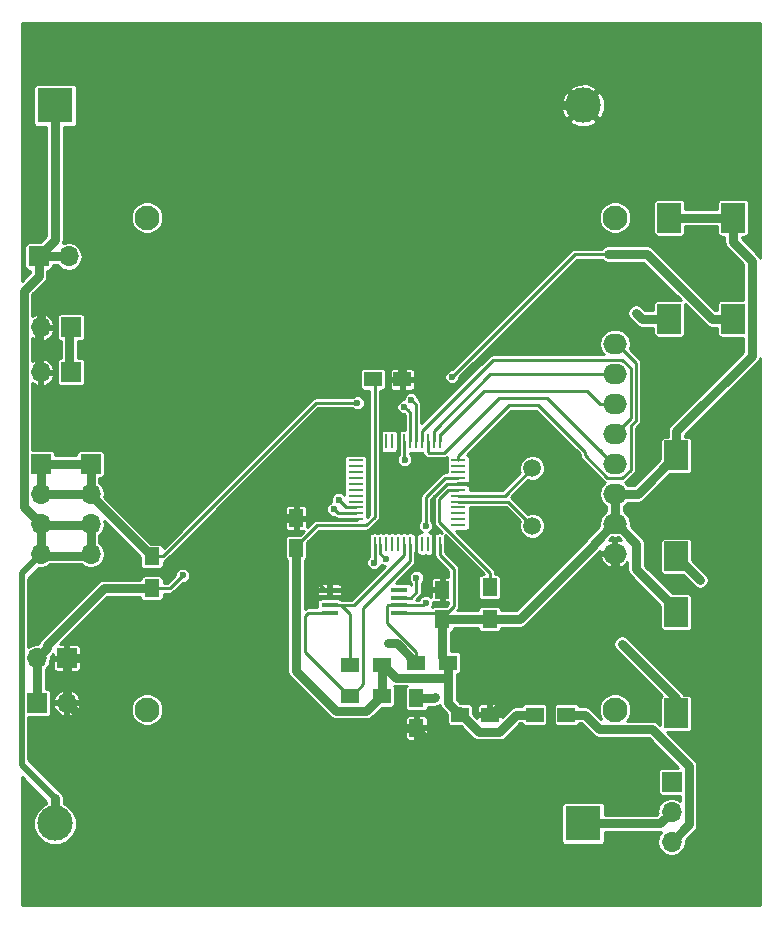
<source format=gtl>
G04 #@! TF.FileFunction,Copper,L1,Top,Signal*
%FSLAX46Y46*%
G04 Gerber Fmt 4.6, Leading zero omitted, Abs format (unit mm)*
G04 Created by KiCad (PCBNEW 4.0.7) date 11/23/17 22:00:10*
%MOMM*%
%LPD*%
G01*
G04 APERTURE LIST*
%ADD10C,0.100000*%
%ADD11C,1.500000*%
%ADD12R,3.000000X3.000000*%
%ADD13C,3.000000*%
%ADD14R,1.500000X1.250000*%
%ADD15R,1.250000X1.500000*%
%ADD16R,1.700000X1.700000*%
%ADD17O,1.700000X1.700000*%
%ADD18R,1.500000X1.300000*%
%ADD19R,1.300000X1.500000*%
%ADD20R,2.000000X2.500000*%
%ADD21R,1.450000X0.450000*%
%ADD22R,1.300000X0.250000*%
%ADD23R,0.250000X1.300000*%
%ADD24O,2.000000X1.724000*%
%ADD25C,2.100000*%
%ADD26C,0.600000*%
%ADD27C,0.800000*%
%ADD28C,0.500000*%
%ADD29C,0.250000*%
%ADD30C,0.254000*%
G04 APERTURE END LIST*
D10*
D11*
X179600000Y-133800000D03*
X179600000Y-128920000D03*
D12*
X183900000Y-159000000D03*
D13*
X139200000Y-159000000D03*
D12*
X139200000Y-98200000D03*
D13*
X183900000Y-98200000D03*
D14*
X166100000Y-121400000D03*
X168600000Y-121400000D03*
D15*
X159600000Y-135650000D03*
X159600000Y-133150000D03*
D14*
X173500000Y-149800000D03*
X176000000Y-149800000D03*
D15*
X172000000Y-141700000D03*
X172000000Y-139200000D03*
X169800000Y-148400000D03*
X169800000Y-150900000D03*
D16*
X138000000Y-128580000D03*
D17*
X138000000Y-131120000D03*
X138000000Y-133660000D03*
X138000000Y-136200000D03*
D16*
X142200000Y-128580000D03*
D17*
X142200000Y-131120000D03*
X142200000Y-133660000D03*
X142200000Y-136200000D03*
D16*
X140200000Y-145000000D03*
D17*
X137660000Y-145000000D03*
D16*
X137800000Y-111000000D03*
D17*
X140340000Y-111000000D03*
D16*
X137660000Y-148800000D03*
D17*
X140200000Y-148800000D03*
D16*
X140540000Y-120800000D03*
D17*
X138000000Y-120800000D03*
D16*
X140540000Y-117000000D03*
D17*
X138000000Y-117000000D03*
D18*
X179800000Y-149800000D03*
X182500000Y-149800000D03*
X172500000Y-145400000D03*
X169800000Y-145400000D03*
D19*
X147400000Y-139100000D03*
X147400000Y-136400000D03*
X176000000Y-141700000D03*
X176000000Y-139000000D03*
D16*
X191400000Y-155460000D03*
D17*
X191400000Y-158000000D03*
X191400000Y-160540000D03*
D20*
X196600000Y-107720000D03*
X196600000Y-116280000D03*
X191200000Y-107720000D03*
X191200000Y-116280000D03*
X191800000Y-127840000D03*
X191800000Y-136400000D03*
X191800000Y-141120000D03*
X191800000Y-149680000D03*
D21*
X168350000Y-141175000D03*
X168350000Y-140525000D03*
X168350000Y-139875000D03*
X168350000Y-139225000D03*
X162450000Y-139225000D03*
X162450000Y-139875000D03*
X162450000Y-140525000D03*
X162450000Y-141175000D03*
D22*
X173350000Y-133750000D03*
X173350000Y-133250000D03*
X173350000Y-132750000D03*
X173350000Y-132250000D03*
X173350000Y-131750000D03*
X173350000Y-131250000D03*
X173350000Y-130750000D03*
X173350000Y-130250000D03*
X173350000Y-129750000D03*
X173350000Y-129250000D03*
X173350000Y-128750000D03*
X173350000Y-128250000D03*
D23*
X171750000Y-126650000D03*
X171250000Y-126650000D03*
X170750000Y-126650000D03*
X170250000Y-126650000D03*
X169750000Y-126650000D03*
X169250000Y-126650000D03*
X168750000Y-126650000D03*
X168250000Y-126650000D03*
X167750000Y-126650000D03*
X167250000Y-126650000D03*
X166750000Y-126650000D03*
X166250000Y-126650000D03*
D22*
X164650000Y-128250000D03*
X164650000Y-128750000D03*
X164650000Y-129250000D03*
X164650000Y-129750000D03*
X164650000Y-130250000D03*
X164650000Y-130750000D03*
X164650000Y-131250000D03*
X164650000Y-131750000D03*
X164650000Y-132250000D03*
X164650000Y-132750000D03*
X164650000Y-133250000D03*
X164650000Y-133750000D03*
D23*
X166250000Y-135350000D03*
X166750000Y-135350000D03*
X167250000Y-135350000D03*
X167750000Y-135350000D03*
X168250000Y-135350000D03*
X168750000Y-135350000D03*
X169250000Y-135350000D03*
X169750000Y-135350000D03*
X170250000Y-135350000D03*
X170750000Y-135350000D03*
X171250000Y-135350000D03*
X171750000Y-135350000D03*
D18*
X166900000Y-148200000D03*
X164200000Y-148200000D03*
X166900000Y-145600000D03*
X164200000Y-145600000D03*
D24*
X186600000Y-118370000D03*
X186600000Y-120910000D03*
X186600000Y-123450000D03*
X186600000Y-125990000D03*
X186600000Y-128530000D03*
X186600000Y-131070000D03*
X186600000Y-133610000D03*
X186600000Y-136150000D03*
D25*
X186600000Y-107702000D03*
X186600000Y-149358000D03*
X146976000Y-149358000D03*
X146976000Y-107702000D03*
D26*
X183050000Y-132800000D03*
X161000000Y-138200000D03*
X167400000Y-143750000D03*
X171400000Y-148300000D03*
X170591650Y-140307752D03*
X170574990Y-133800000D03*
X168739845Y-123739846D03*
X164800000Y-123400000D03*
X150000000Y-138000000D03*
X168800000Y-128200000D03*
X169800000Y-138200000D03*
X169339844Y-123139847D03*
X172800000Y-121200000D03*
X163200000Y-131600000D03*
X186000000Y-110800000D03*
X162800000Y-132400000D03*
X188400000Y-115800000D03*
X166200000Y-136925011D03*
X193800000Y-138400000D03*
X167200000Y-136600000D03*
X187200000Y-143800000D03*
D27*
X183900000Y-159000000D02*
X190400000Y-159000000D01*
X190400000Y-159000000D02*
X191400000Y-158000000D01*
D28*
X139200000Y-156878680D02*
X136359999Y-154038679D01*
X136359999Y-154038679D02*
X136359999Y-137840001D01*
X136359999Y-137840001D02*
X137150001Y-137049999D01*
X137150001Y-137049999D02*
X138000000Y-136200000D01*
D27*
X137800000Y-111000000D02*
X137800000Y-112650000D01*
X137800000Y-112650000D02*
X136549999Y-113900001D01*
X136549999Y-113900001D02*
X136549999Y-132209999D01*
X136549999Y-132209999D02*
X137150001Y-132810001D01*
X137150001Y-132810001D02*
X138000000Y-133660000D01*
X137800000Y-111000000D02*
X140340000Y-111000000D01*
X139200000Y-98200000D02*
X139200000Y-109600000D01*
X139200000Y-109600000D02*
X137800000Y-111000000D01*
X139200000Y-159000000D02*
X139200000Y-156878680D01*
X138000000Y-136340000D02*
X142140000Y-136340000D01*
X142140000Y-136340000D02*
X142200000Y-136280000D01*
X138000000Y-133800000D02*
X138000000Y-136340000D01*
X142200000Y-133740000D02*
X138060000Y-133740000D01*
X138060000Y-133740000D02*
X138000000Y-133800000D01*
X142200000Y-136280000D02*
X142200000Y-133740000D01*
X186600000Y-139325000D02*
X186525000Y-139400000D01*
X186525000Y-139400000D02*
X176125000Y-149800000D01*
X194250000Y-159836002D02*
X194250000Y-148799998D01*
X194250000Y-148799998D02*
X186525000Y-141074998D01*
X186525000Y-141074998D02*
X186525000Y-139400000D01*
X169800000Y-150900000D02*
X169800000Y-151025000D01*
X169800000Y-151025000D02*
X180765001Y-161990001D01*
X180765001Y-161990001D02*
X192096001Y-161990001D01*
X192096001Y-161990001D02*
X194250000Y-159836002D01*
D29*
X162450000Y-139225000D02*
X162025000Y-139225000D01*
X162025000Y-139225000D02*
X161000000Y-138200000D01*
X169750000Y-135350000D02*
X169750000Y-134450000D01*
X169750000Y-134450000D02*
X166750000Y-131450000D01*
X166750000Y-131450000D02*
X166750000Y-127550000D01*
X166750000Y-127550000D02*
X166750000Y-126650000D01*
X167600000Y-123275000D02*
X168600000Y-122275000D01*
X168600000Y-122275000D02*
X168600000Y-121400000D01*
X167600000Y-123525003D02*
X167600000Y-123275000D01*
X168250000Y-124175003D02*
X167600000Y-123525003D01*
X168250000Y-126650000D02*
X168250000Y-124175003D01*
X172353587Y-130250000D02*
X171250000Y-131353587D01*
X173350000Y-130250000D02*
X172353587Y-130250000D01*
X171250000Y-131353587D02*
X171250000Y-134450000D01*
X171250000Y-134450000D02*
X171250000Y-135350000D01*
D27*
X159600000Y-133150000D02*
X158175000Y-133150000D01*
X158175000Y-133150000D02*
X146325000Y-145000000D01*
X146325000Y-145000000D02*
X141850000Y-145000000D01*
X141850000Y-145000000D02*
X140200000Y-145000000D01*
X140200000Y-148800000D02*
X142438001Y-151038001D01*
X142438001Y-151038001D02*
X168236999Y-151038001D01*
X168236999Y-151038001D02*
X168375000Y-150900000D01*
X168375000Y-150900000D02*
X169800000Y-150900000D01*
D29*
X166750000Y-126650000D02*
X166750000Y-125750000D01*
X166750000Y-125750000D02*
X166825001Y-125674999D01*
X166825001Y-125674999D02*
X168174999Y-125674999D01*
X168174999Y-125674999D02*
X168250000Y-125750000D01*
X168250000Y-125750000D02*
X168250000Y-126650000D01*
D27*
X168600000Y-121400000D02*
X168600000Y-119975000D01*
X168600000Y-119975000D02*
X166578680Y-117953680D01*
X166578680Y-117953680D02*
X166578680Y-113400000D01*
D29*
X169750000Y-135350000D02*
X169750000Y-136250000D01*
X169750000Y-136250000D02*
X169825001Y-136325001D01*
X169825001Y-136325001D02*
X171174999Y-136325001D01*
X171174999Y-136325001D02*
X171250000Y-136250000D01*
X171250000Y-136250000D02*
X171250000Y-135350000D01*
X172000000Y-139200000D02*
X172000000Y-138200000D01*
X172000000Y-138200000D02*
X171250000Y-137450000D01*
X171250000Y-137450000D02*
X171250000Y-136250000D01*
X162450000Y-139875000D02*
X162450000Y-139225000D01*
D27*
X186600000Y-136180000D02*
X186600000Y-139325000D01*
X176125000Y-149800000D02*
X176000000Y-149800000D01*
X166578680Y-113400000D02*
X140397919Y-113400000D01*
X140397919Y-113400000D02*
X138000000Y-115797919D01*
X138000000Y-115797919D02*
X138000000Y-117000000D01*
X183900000Y-98200000D02*
X181778680Y-98200000D01*
X181778680Y-98200000D02*
X166578680Y-113400000D01*
X140200000Y-145000000D02*
X140200000Y-148800000D01*
D29*
X164650000Y-133250000D02*
X159700000Y-133250000D01*
X159700000Y-133250000D02*
X159600000Y-133150000D01*
D27*
X137800000Y-117000000D02*
X137800000Y-120740000D01*
X137800000Y-120740000D02*
X137860000Y-120800000D01*
D29*
X173350000Y-131250000D02*
X177270000Y-131250000D01*
X177270000Y-131250000D02*
X179600000Y-128920000D01*
X173350000Y-131750000D02*
X177550000Y-131750000D01*
X177550000Y-131750000D02*
X179600000Y-133800000D01*
D27*
X166900000Y-148200000D02*
X166800000Y-148200000D01*
X166800000Y-148200000D02*
X165549999Y-149450001D01*
X165549999Y-149450001D02*
X162969999Y-149450001D01*
X162969999Y-149450001D02*
X159600000Y-146080002D01*
X159600000Y-146080002D02*
X159600000Y-137200000D01*
X159600000Y-137200000D02*
X159600000Y-135650000D01*
X172500000Y-145400000D02*
X172500000Y-146600000D01*
X172500000Y-146600000D02*
X172500000Y-148800000D01*
X166900000Y-145600000D02*
X167000000Y-145600000D01*
X167000000Y-145600000D02*
X168050001Y-146650001D01*
X168050001Y-146650001D02*
X172449999Y-146650001D01*
X172449999Y-146650001D02*
X172500000Y-146600000D01*
X186600000Y-131100000D02*
X186600000Y-133640000D01*
D29*
X166250000Y-126650000D02*
X166250000Y-121550000D01*
X166250000Y-121550000D02*
X166100000Y-121400000D01*
D27*
X172000000Y-141700000D02*
X172000000Y-144900000D01*
X172000000Y-144900000D02*
X172500000Y-145400000D01*
X172500000Y-148800000D02*
X173500000Y-149800000D01*
D29*
X171750000Y-135350000D02*
X171750000Y-136250000D01*
X171750000Y-136250000D02*
X172950001Y-137450001D01*
X172950001Y-137450001D02*
X172950001Y-140624999D01*
X172950001Y-140624999D02*
X172000000Y-141575000D01*
X172000000Y-141575000D02*
X172000000Y-141700000D01*
D27*
X172000000Y-141700000D02*
X176000000Y-141700000D01*
X176000000Y-141700000D02*
X178540000Y-141700000D01*
X178540000Y-141700000D02*
X184800000Y-135440000D01*
X184800000Y-135440000D02*
X184800000Y-135302000D01*
X184800000Y-135302000D02*
X186462000Y-133640000D01*
X186462000Y-133640000D02*
X186600000Y-133640000D01*
X172000000Y-141700000D02*
X172000000Y-143200000D01*
D29*
X168350000Y-141175000D02*
X171475000Y-141175000D01*
X171475000Y-141175000D02*
X172000000Y-141700000D01*
D27*
X166900000Y-145600000D02*
X166900000Y-148200000D01*
X173500000Y-149800000D02*
X173500000Y-149500000D01*
X179800000Y-149800000D02*
X178250000Y-149800000D01*
X178250000Y-149800000D02*
X176825000Y-151225000D01*
X176825000Y-151225000D02*
X175050000Y-151225000D01*
X175050000Y-151225000D02*
X173625000Y-149800000D01*
X173625000Y-149800000D02*
X173500000Y-149800000D01*
X196600000Y-107720000D02*
X191200000Y-107720000D01*
X191800000Y-127840000D02*
X191800000Y-125790000D01*
X191800000Y-125790000D02*
X198200001Y-119389999D01*
X198200001Y-119389999D02*
X198200001Y-111370001D01*
X196600000Y-109770000D02*
X196600000Y-107720000D01*
X198200001Y-111370001D02*
X196600000Y-109770000D01*
X186600000Y-131100000D02*
X188540000Y-131100000D01*
X188540000Y-131100000D02*
X191800000Y-127840000D01*
X191800000Y-141120000D02*
X191800000Y-140870000D01*
X191800000Y-140870000D02*
X188400000Y-137470000D01*
X188400000Y-137470000D02*
X188400000Y-135302000D01*
X188400000Y-135302000D02*
X186738000Y-133640000D01*
X186738000Y-133640000D02*
X186600000Y-133640000D01*
D29*
X164650000Y-133750000D02*
X161375000Y-133750000D01*
X161375000Y-133750000D02*
X159600000Y-135525000D01*
X159600000Y-135525000D02*
X159600000Y-135650000D01*
X166250000Y-126650000D02*
X166250000Y-133050000D01*
X166250000Y-133050000D02*
X165550000Y-133750000D01*
X165550000Y-133750000D02*
X164650000Y-133750000D01*
D27*
X167400000Y-143750000D02*
X168150000Y-143750000D01*
X168150000Y-143750000D02*
X169800000Y-145400000D01*
X169800000Y-148400000D02*
X171300000Y-148400000D01*
X171300000Y-148400000D02*
X171400000Y-148300000D01*
D29*
X170374402Y-140525000D02*
X170591650Y-140307752D01*
X168350000Y-140525000D02*
X170374402Y-140525000D01*
X170574990Y-131392186D02*
X170574990Y-133375736D01*
X170574990Y-133375736D02*
X170574990Y-133800000D01*
X173350000Y-129750000D02*
X172217176Y-129750000D01*
X172217176Y-129750000D02*
X170574990Y-131392186D01*
X168350000Y-140525000D02*
X167375000Y-140525000D01*
X167375000Y-140525000D02*
X167299999Y-140600001D01*
X167299999Y-141999999D02*
X169800000Y-144500000D01*
X167299999Y-140600001D02*
X167299999Y-141999999D01*
X169800000Y-144500000D02*
X169800000Y-145400000D01*
X180100000Y-123600000D02*
X184068314Y-127568314D01*
X184068314Y-127568314D02*
X184068314Y-127844999D01*
X177625000Y-123600000D02*
X180100000Y-123600000D01*
X173350000Y-128250000D02*
X173350000Y-127875000D01*
X173350000Y-127875000D02*
X177625000Y-123600000D01*
X187229675Y-129747010D02*
X187925010Y-129051675D01*
X184068314Y-127844999D02*
X185970325Y-129747010D01*
X187925010Y-129051675D02*
X187925010Y-125331400D01*
X185970325Y-129747010D02*
X187229675Y-129747010D01*
X187925010Y-125331400D02*
X188375021Y-124881390D01*
X188375021Y-124881390D02*
X188375021Y-120037021D01*
X186738000Y-118400000D02*
X186600000Y-118400000D01*
X188375021Y-120037021D02*
X186738000Y-118400000D01*
X171250000Y-126650000D02*
X171250000Y-125750000D01*
X185350000Y-120940000D02*
X186600000Y-120940000D01*
X176060000Y-120940000D02*
X185350000Y-120940000D01*
X171250000Y-125750000D02*
X176060000Y-120940000D01*
X175525000Y-122350000D02*
X184250000Y-122350000D01*
X184250000Y-122350000D02*
X185350000Y-123450000D01*
X185350000Y-123450000D02*
X186600000Y-123450000D01*
X171750000Y-126650000D02*
X171750000Y-126125000D01*
X171750000Y-126125000D02*
X175525000Y-122350000D01*
X187925010Y-124694990D02*
X186600000Y-126020000D01*
X170250000Y-126650000D02*
X170250000Y-125750000D01*
X176247010Y-119752990D02*
X187229675Y-119752990D01*
X170250000Y-125750000D02*
X176247010Y-119752990D01*
X187229675Y-119752990D02*
X187925010Y-120448325D01*
X187925010Y-120448325D02*
X187925010Y-124694990D01*
X170750000Y-126650000D02*
X170750000Y-127550000D01*
X170750000Y-127550000D02*
X170825001Y-127625001D01*
X170825001Y-127625001D02*
X172135001Y-127625001D01*
X172135001Y-127625001D02*
X176810002Y-122950000D01*
X176810002Y-122950000D02*
X180882000Y-122950000D01*
X180882000Y-122950000D02*
X186462000Y-128530000D01*
X186462000Y-128530000D02*
X186600000Y-128530000D01*
X186462000Y-128560000D02*
X185296988Y-127394988D01*
X186600000Y-128560000D02*
X186462000Y-128560000D01*
X169039844Y-124039845D02*
X168739845Y-123739846D01*
X169250000Y-126650000D02*
X169250000Y-124250001D01*
X169250000Y-124250001D02*
X169039844Y-124039845D01*
X161300000Y-123400000D02*
X164800000Y-123400000D01*
X147400000Y-136400000D02*
X148300000Y-136400000D01*
X148300000Y-136400000D02*
X161300000Y-123400000D01*
D27*
X142200000Y-131120000D02*
X142200000Y-131200000D01*
X142200000Y-131200000D02*
X147400000Y-136400000D01*
X142200000Y-128580000D02*
X142200000Y-131120000D01*
X138000000Y-128580000D02*
X142200000Y-128580000D01*
X138000000Y-131120000D02*
X138000000Y-128580000D01*
X142200000Y-131120000D02*
X138000000Y-131120000D01*
D29*
X168750000Y-126650000D02*
X168750000Y-128150000D01*
X168750000Y-128150000D02*
X168800000Y-128200000D01*
X150000000Y-138000000D02*
X148900000Y-139100000D01*
X148900000Y-139100000D02*
X147400000Y-139100000D01*
X168350000Y-139875000D02*
X169325000Y-139875000D01*
X169325000Y-139875000D02*
X169800000Y-139400000D01*
X169800000Y-139400000D02*
X169800000Y-138200000D01*
D27*
X137660000Y-145000000D02*
X138509999Y-144150001D01*
X138509999Y-144150001D02*
X138509999Y-143909999D01*
X138509999Y-143909999D02*
X143319998Y-139100000D01*
X143319998Y-139100000D02*
X145950000Y-139100000D01*
X145950000Y-139100000D02*
X147400000Y-139100000D01*
X137660000Y-148800000D02*
X137660000Y-145000000D01*
D29*
X169750000Y-126650000D02*
X169750000Y-123550003D01*
X169750000Y-123550003D02*
X169639843Y-123439846D01*
X169639843Y-123439846D02*
X169339844Y-123139847D01*
D27*
X140400000Y-120800000D02*
X140400000Y-117060000D01*
X140400000Y-117060000D02*
X140340000Y-117000000D01*
D29*
X171700011Y-133460013D02*
X176000000Y-137760002D01*
X176000000Y-138000000D02*
X176000000Y-139000000D01*
X173350000Y-130750000D02*
X172489997Y-130750000D01*
X172489997Y-130750000D02*
X171700011Y-131539986D01*
X176000000Y-137760002D02*
X176000000Y-138000000D01*
X171700011Y-131539986D02*
X171700011Y-133460013D01*
X164650000Y-132250000D02*
X163850000Y-132250000D01*
X163850000Y-132250000D02*
X163200000Y-131600000D01*
X183200000Y-110800000D02*
X172800000Y-121200000D01*
X186000000Y-110800000D02*
X183200000Y-110800000D01*
D27*
X196600000Y-116280000D02*
X194800000Y-116280000D01*
X189320000Y-110800000D02*
X186000000Y-110800000D01*
X194800000Y-116280000D02*
X189320000Y-110800000D01*
D29*
X162800000Y-132400000D02*
X163150000Y-132750000D01*
X163150000Y-132750000D02*
X164650000Y-132750000D01*
D27*
X191200000Y-116280000D02*
X188880000Y-116280000D01*
X188880000Y-116280000D02*
X188400000Y-115800000D01*
D29*
X166250000Y-136875011D02*
X166200000Y-136925011D01*
X166250000Y-135350000D02*
X166250000Y-136875011D01*
D27*
X191800000Y-136400000D02*
X193800000Y-138400000D01*
D29*
X166750000Y-135350000D02*
X166750000Y-136150000D01*
X166750000Y-136150000D02*
X167200000Y-136600000D01*
D27*
X191800000Y-149680000D02*
X191800000Y-148400000D01*
X191800000Y-148400000D02*
X187200000Y-143800000D01*
D29*
X169250000Y-135350000D02*
X169250000Y-136789998D01*
X169250000Y-136789998D02*
X165275001Y-140764997D01*
X165275001Y-140764997D02*
X165275001Y-147224999D01*
X165275001Y-147224999D02*
X164300000Y-148200000D01*
X164300000Y-148200000D02*
X164200000Y-148200000D01*
X162450000Y-141175000D02*
X160625000Y-141175000D01*
X160400000Y-141400000D02*
X160400000Y-144500000D01*
X164100000Y-148200000D02*
X164200000Y-148200000D01*
X160400000Y-144500000D02*
X164100000Y-148200000D01*
X160625000Y-141175000D02*
X160400000Y-141400000D01*
X168750000Y-135350000D02*
X168750000Y-136250000D01*
X168750000Y-136250000D02*
X164475000Y-140525000D01*
X164475000Y-140525000D02*
X163425000Y-140525000D01*
X163425000Y-140525000D02*
X162450000Y-140525000D01*
X164200000Y-145600000D02*
X164200000Y-141300000D01*
X164200000Y-141300000D02*
X163425000Y-140525000D01*
D27*
X191400000Y-160540000D02*
X192850001Y-159089999D01*
X192850001Y-159089999D02*
X192850001Y-154129999D01*
X192850001Y-154129999D02*
X189758003Y-151038001D01*
X189758003Y-151038001D02*
X185288001Y-151038001D01*
X185288001Y-151038001D02*
X184050000Y-149800000D01*
X184050000Y-149800000D02*
X182500000Y-149800000D01*
D30*
G36*
X198890000Y-111143768D02*
X198879052Y-111088729D01*
X198804253Y-110976784D01*
X198719724Y-110850277D01*
X197335000Y-109465554D01*
X197335000Y-109311563D01*
X197600000Y-109311563D01*
X197724144Y-109288204D01*
X197838162Y-109214835D01*
X197914653Y-109102887D01*
X197941563Y-108970000D01*
X197941563Y-106470000D01*
X197918204Y-106345856D01*
X197844835Y-106231838D01*
X197732887Y-106155347D01*
X197600000Y-106128437D01*
X195600000Y-106128437D01*
X195475856Y-106151796D01*
X195361838Y-106225165D01*
X195285347Y-106337113D01*
X195258437Y-106470000D01*
X195258437Y-106985000D01*
X192541563Y-106985000D01*
X192541563Y-106470000D01*
X192518204Y-106345856D01*
X192444835Y-106231838D01*
X192332887Y-106155347D01*
X192200000Y-106128437D01*
X190200000Y-106128437D01*
X190075856Y-106151796D01*
X189961838Y-106225165D01*
X189885347Y-106337113D01*
X189858437Y-106470000D01*
X189858437Y-108970000D01*
X189881796Y-109094144D01*
X189955165Y-109208162D01*
X190067113Y-109284653D01*
X190200000Y-109311563D01*
X192200000Y-109311563D01*
X192324144Y-109288204D01*
X192438162Y-109214835D01*
X192514653Y-109102887D01*
X192541563Y-108970000D01*
X192541563Y-108455000D01*
X195258437Y-108455000D01*
X195258437Y-108970000D01*
X195281796Y-109094144D01*
X195355165Y-109208162D01*
X195467113Y-109284653D01*
X195600000Y-109311563D01*
X195865000Y-109311563D01*
X195865000Y-109770000D01*
X195893214Y-109911838D01*
X195920949Y-110051272D01*
X196080277Y-110289723D01*
X197465001Y-111674448D01*
X197465001Y-114688437D01*
X195600000Y-114688437D01*
X195475856Y-114711796D01*
X195361838Y-114785165D01*
X195285347Y-114897113D01*
X195258437Y-115030000D01*
X195258437Y-115545000D01*
X195104447Y-115545000D01*
X189839723Y-110280277D01*
X189601272Y-110120949D01*
X189320000Y-110065000D01*
X186000000Y-110065000D01*
X185718728Y-110120949D01*
X185480277Y-110280277D01*
X185440371Y-110340000D01*
X183200000Y-110340000D01*
X183023965Y-110375015D01*
X182874731Y-110474731D01*
X172784476Y-120564986D01*
X172674245Y-120564890D01*
X172440772Y-120661360D01*
X172261987Y-120839832D01*
X172165111Y-121073137D01*
X172164890Y-121325755D01*
X172261360Y-121559228D01*
X172439832Y-121738013D01*
X172673137Y-121834889D01*
X172925755Y-121835110D01*
X173159228Y-121738640D01*
X173338013Y-121560168D01*
X173434889Y-121326863D01*
X173434986Y-121215552D01*
X183390538Y-111260000D01*
X185440371Y-111260000D01*
X185480277Y-111319723D01*
X185718728Y-111479051D01*
X186000000Y-111535000D01*
X189015554Y-111535000D01*
X192168990Y-114688437D01*
X190200000Y-114688437D01*
X190075856Y-114711796D01*
X189961838Y-114785165D01*
X189885347Y-114897113D01*
X189858437Y-115030000D01*
X189858437Y-115545000D01*
X189184447Y-115545000D01*
X188919723Y-115280277D01*
X188681272Y-115120949D01*
X188400000Y-115065001D01*
X188118728Y-115120949D01*
X187880277Y-115280277D01*
X187720949Y-115518728D01*
X187665001Y-115800000D01*
X187720949Y-116081272D01*
X187880277Y-116319723D01*
X188360277Y-116799724D01*
X188598728Y-116959051D01*
X188880000Y-117015000D01*
X189858437Y-117015000D01*
X189858437Y-117530000D01*
X189881796Y-117654144D01*
X189955165Y-117768162D01*
X190067113Y-117844653D01*
X190200000Y-117871563D01*
X192200000Y-117871563D01*
X192324144Y-117848204D01*
X192438162Y-117774835D01*
X192514653Y-117662887D01*
X192541563Y-117530000D01*
X192541563Y-115061010D01*
X194280276Y-116799723D01*
X194518728Y-116959051D01*
X194800000Y-117015000D01*
X195258437Y-117015000D01*
X195258437Y-117530000D01*
X195281796Y-117654144D01*
X195355165Y-117768162D01*
X195467113Y-117844653D01*
X195600000Y-117871563D01*
X197465001Y-117871563D01*
X197465001Y-119085552D01*
X191280277Y-125270277D01*
X191120949Y-125508728D01*
X191065000Y-125790000D01*
X191065000Y-126248437D01*
X190800000Y-126248437D01*
X190675856Y-126271796D01*
X190561838Y-126345165D01*
X190485347Y-126457113D01*
X190458437Y-126590000D01*
X190458437Y-128142116D01*
X188235554Y-130365000D01*
X187705046Y-130365000D01*
X187610561Y-130223593D01*
X187469524Y-130129355D01*
X187554944Y-130072279D01*
X188250279Y-129376944D01*
X188294778Y-129310347D01*
X188349995Y-129227709D01*
X188385010Y-129051675D01*
X188385010Y-125521938D01*
X188700290Y-125206659D01*
X188734814Y-125154990D01*
X188800006Y-125057424D01*
X188835021Y-124881390D01*
X188835021Y-120037021D01*
X188800006Y-119860987D01*
X188700290Y-119711752D01*
X187848638Y-118860100D01*
X187870038Y-118828072D01*
X187961154Y-118370000D01*
X187870038Y-117911928D01*
X187610561Y-117523593D01*
X187222226Y-117264116D01*
X186764154Y-117173000D01*
X186435846Y-117173000D01*
X185977774Y-117264116D01*
X185589439Y-117523593D01*
X185329962Y-117911928D01*
X185238846Y-118370000D01*
X185329962Y-118828072D01*
X185589439Y-119216407D01*
X185704054Y-119292990D01*
X176247010Y-119292990D01*
X176070975Y-119328005D01*
X175921741Y-119427721D01*
X170210000Y-125139462D01*
X170210000Y-123550003D01*
X170184930Y-123423965D01*
X170174985Y-123373968D01*
X170075269Y-123224734D01*
X169974858Y-123124323D01*
X169974954Y-123014092D01*
X169878484Y-122780619D01*
X169700012Y-122601834D01*
X169466707Y-122504958D01*
X169214089Y-122504737D01*
X168980616Y-122601207D01*
X168801831Y-122779679D01*
X168704955Y-123012984D01*
X168704875Y-123104815D01*
X168614090Y-123104736D01*
X168380617Y-123201206D01*
X168201832Y-123379678D01*
X168104956Y-123612983D01*
X168104735Y-123865601D01*
X168201205Y-124099074D01*
X168379677Y-124277859D01*
X168612982Y-124374735D01*
X168724293Y-124374832D01*
X168790000Y-124440539D01*
X168790000Y-125658437D01*
X168625000Y-125658437D01*
X168500856Y-125681796D01*
X168493544Y-125686501D01*
X168441635Y-125665000D01*
X168396250Y-125665000D01*
X168312500Y-125748750D01*
X168312500Y-125863962D01*
X168310347Y-125867113D01*
X168283437Y-126000000D01*
X168283437Y-127300000D01*
X168290000Y-127334880D01*
X168290000Y-127811868D01*
X168261987Y-127839832D01*
X168165111Y-128073137D01*
X168164890Y-128325755D01*
X168261360Y-128559228D01*
X168439832Y-128738013D01*
X168673137Y-128834889D01*
X168925755Y-128835110D01*
X169159228Y-128738640D01*
X169338013Y-128560168D01*
X169434889Y-128326863D01*
X169435110Y-128074245D01*
X169338640Y-127840772D01*
X169210000Y-127711906D01*
X169210000Y-127641563D01*
X169375000Y-127641563D01*
X169499144Y-127618204D01*
X169501658Y-127616586D01*
X169625000Y-127641563D01*
X169875000Y-127641563D01*
X169999144Y-127618204D01*
X170001658Y-127616586D01*
X170125000Y-127641563D01*
X170308213Y-127641563D01*
X170325015Y-127726035D01*
X170424731Y-127875269D01*
X170499732Y-127950270D01*
X170648967Y-128049986D01*
X170825001Y-128085001D01*
X172135001Y-128085001D01*
X172311036Y-128049986D01*
X172383422Y-128001619D01*
X172358437Y-128125000D01*
X172358437Y-128375000D01*
X172381796Y-128499144D01*
X172383414Y-128501658D01*
X172358437Y-128625000D01*
X172358437Y-128875000D01*
X172381796Y-128999144D01*
X172383414Y-129001658D01*
X172358437Y-129125000D01*
X172358437Y-129290000D01*
X172217176Y-129290000D01*
X172041141Y-129325015D01*
X171891907Y-129424731D01*
X170249721Y-131066917D01*
X170150005Y-131216151D01*
X170150005Y-131216152D01*
X170114990Y-131392186D01*
X170114990Y-133361956D01*
X170036977Y-133439832D01*
X169940101Y-133673137D01*
X169939880Y-133925755D01*
X170036350Y-134159228D01*
X170214822Y-134338013D01*
X170264009Y-134358437D01*
X170125000Y-134358437D01*
X170000856Y-134381796D01*
X169993544Y-134386501D01*
X169941635Y-134365000D01*
X169896250Y-134365000D01*
X169812500Y-134448750D01*
X169812500Y-134563962D01*
X169810347Y-134567113D01*
X169783437Y-134700000D01*
X169783437Y-136000000D01*
X169806796Y-136124144D01*
X169812500Y-136133008D01*
X169812500Y-136251250D01*
X169896250Y-136335000D01*
X169941635Y-136335000D01*
X169991602Y-136314304D01*
X169992113Y-136314653D01*
X170125000Y-136341563D01*
X170375000Y-136341563D01*
X170499144Y-136318204D01*
X170501658Y-136316586D01*
X170625000Y-136341563D01*
X170875000Y-136341563D01*
X170999144Y-136318204D01*
X171006456Y-136313499D01*
X171058365Y-136335000D01*
X171103750Y-136335000D01*
X171187500Y-136251250D01*
X171187500Y-136136038D01*
X171189653Y-136132887D01*
X171216563Y-136000000D01*
X171216563Y-134700000D01*
X171193204Y-134575856D01*
X171187500Y-134566992D01*
X171187500Y-134448750D01*
X171103750Y-134365000D01*
X171058365Y-134365000D01*
X171008398Y-134385696D01*
X171007887Y-134385347D01*
X170882588Y-134359973D01*
X170934218Y-134338640D01*
X171113003Y-134160168D01*
X171209879Y-133926863D01*
X171210100Y-133674245D01*
X171113630Y-133440772D01*
X171034990Y-133361994D01*
X171034990Y-131582724D01*
X171317844Y-131299870D01*
X171275026Y-131363951D01*
X171252937Y-131475000D01*
X171240011Y-131539986D01*
X171240011Y-133460013D01*
X171275026Y-133636048D01*
X171374742Y-133785282D01*
X171966407Y-134376947D01*
X171875000Y-134358437D01*
X171625000Y-134358437D01*
X171500856Y-134381796D01*
X171493544Y-134386501D01*
X171441635Y-134365000D01*
X171396250Y-134365000D01*
X171312500Y-134448750D01*
X171312500Y-134563962D01*
X171310347Y-134567113D01*
X171283437Y-134700000D01*
X171283437Y-136000000D01*
X171290000Y-136034880D01*
X171290000Y-136250000D01*
X171325015Y-136426035D01*
X171424731Y-136575269D01*
X172490001Y-137640539D01*
X172490001Y-138115000D01*
X172210750Y-138115000D01*
X172127000Y-138198750D01*
X172127000Y-139073000D01*
X172147000Y-139073000D01*
X172147000Y-139327000D01*
X172127000Y-139327000D01*
X172127000Y-140201250D01*
X172210750Y-140285000D01*
X172490001Y-140285000D01*
X172490001Y-140434461D01*
X172316025Y-140608437D01*
X171375000Y-140608437D01*
X171250856Y-140631796D01*
X171136838Y-140705165D01*
X171130118Y-140715000D01*
X171082500Y-140715000D01*
X171129663Y-140667920D01*
X171226539Y-140434615D01*
X171226699Y-140251174D01*
X171308365Y-140285000D01*
X171789250Y-140285000D01*
X171873000Y-140201250D01*
X171873000Y-139327000D01*
X171123750Y-139327000D01*
X171040000Y-139410750D01*
X171040000Y-139858076D01*
X170951818Y-139769739D01*
X170718513Y-139672863D01*
X170465895Y-139672642D01*
X170232422Y-139769112D01*
X170053637Y-139947584D01*
X170004882Y-140065000D01*
X169785538Y-140065000D01*
X170125269Y-139725269D01*
X170187698Y-139631838D01*
X170224985Y-139576034D01*
X170260000Y-139400000D01*
X170260000Y-138638044D01*
X170338013Y-138560168D01*
X170411427Y-138383364D01*
X171040000Y-138383364D01*
X171040000Y-138989250D01*
X171123750Y-139073000D01*
X171873000Y-139073000D01*
X171873000Y-138198750D01*
X171789250Y-138115000D01*
X171308365Y-138115000D01*
X171185238Y-138166000D01*
X171091001Y-138260237D01*
X171040000Y-138383364D01*
X170411427Y-138383364D01*
X170434889Y-138326863D01*
X170435110Y-138074245D01*
X170338640Y-137840772D01*
X170160168Y-137661987D01*
X169926863Y-137565111D01*
X169674245Y-137564890D01*
X169440772Y-137661360D01*
X169261987Y-137839832D01*
X169165111Y-138073137D01*
X169164890Y-138325755D01*
X169261360Y-138559228D01*
X169340000Y-138638006D01*
X169340000Y-138793175D01*
X169319835Y-138761838D01*
X169207887Y-138685347D01*
X169075000Y-138658437D01*
X168032099Y-138658437D01*
X169575269Y-137115267D01*
X169635594Y-137024985D01*
X169674985Y-136966032D01*
X169710000Y-136789998D01*
X169710000Y-136032409D01*
X169716563Y-136000000D01*
X169716563Y-134700000D01*
X169693204Y-134575856D01*
X169687500Y-134566992D01*
X169687500Y-134448750D01*
X169603750Y-134365000D01*
X169558365Y-134365000D01*
X169508398Y-134385696D01*
X169507887Y-134385347D01*
X169375000Y-134358437D01*
X169125000Y-134358437D01*
X169000856Y-134381796D01*
X168998342Y-134383414D01*
X168875000Y-134358437D01*
X168625000Y-134358437D01*
X168500856Y-134381796D01*
X168498342Y-134383414D01*
X168375000Y-134358437D01*
X168125000Y-134358437D01*
X168000856Y-134381796D01*
X167998342Y-134383414D01*
X167875000Y-134358437D01*
X167625000Y-134358437D01*
X167500856Y-134381796D01*
X167498342Y-134383414D01*
X167375000Y-134358437D01*
X167125000Y-134358437D01*
X167000856Y-134381796D01*
X166998342Y-134383414D01*
X166875000Y-134358437D01*
X166625000Y-134358437D01*
X166500856Y-134381796D01*
X166498342Y-134383414D01*
X166375000Y-134358437D01*
X166125000Y-134358437D01*
X166000856Y-134381796D01*
X165886838Y-134455165D01*
X165810347Y-134567113D01*
X165783437Y-134700000D01*
X165783437Y-136000000D01*
X165790000Y-136034880D01*
X165790000Y-136437054D01*
X165661987Y-136564843D01*
X165565111Y-136798148D01*
X165564890Y-137050766D01*
X165661360Y-137284239D01*
X165839832Y-137463024D01*
X166073137Y-137559900D01*
X166325755Y-137560121D01*
X166559228Y-137463651D01*
X166738013Y-137285179D01*
X166811081Y-137109211D01*
X166839832Y-137138013D01*
X167073137Y-137234889D01*
X167114537Y-137234925D01*
X164284462Y-140065000D01*
X163503750Y-140065000D01*
X163426250Y-139987500D01*
X163311038Y-139987500D01*
X163307887Y-139985347D01*
X163175000Y-139958437D01*
X161725000Y-139958437D01*
X161600856Y-139981796D01*
X161591992Y-139987500D01*
X161473750Y-139987500D01*
X161390000Y-140071250D01*
X161390000Y-140166635D01*
X161403731Y-140199785D01*
X161383437Y-140300000D01*
X161383437Y-140715000D01*
X160625000Y-140715000D01*
X160448965Y-140750015D01*
X160335000Y-140826165D01*
X160335000Y-139421250D01*
X161390000Y-139421250D01*
X161390000Y-139516635D01*
X161403820Y-139550000D01*
X161390000Y-139583365D01*
X161390000Y-139678750D01*
X161473750Y-139762500D01*
X161604044Y-139762500D01*
X161658364Y-139785000D01*
X162239250Y-139785000D01*
X162261750Y-139762500D01*
X162323000Y-139762500D01*
X162323000Y-139337500D01*
X162577000Y-139337500D01*
X162577000Y-139762500D01*
X162638250Y-139762500D01*
X162660750Y-139785000D01*
X163241636Y-139785000D01*
X163295956Y-139762500D01*
X163426250Y-139762500D01*
X163510000Y-139678750D01*
X163510000Y-139583365D01*
X163496180Y-139550000D01*
X163510000Y-139516635D01*
X163510000Y-139421250D01*
X163426250Y-139337500D01*
X163295956Y-139337500D01*
X163241636Y-139315000D01*
X162660750Y-139315000D01*
X162638250Y-139337500D01*
X162577000Y-139337500D01*
X162323000Y-139337500D01*
X162261750Y-139337500D01*
X162239250Y-139315000D01*
X161658364Y-139315000D01*
X161604044Y-139337500D01*
X161473750Y-139337500D01*
X161390000Y-139421250D01*
X160335000Y-139421250D01*
X160335000Y-138933365D01*
X161390000Y-138933365D01*
X161390000Y-139028750D01*
X161473750Y-139112500D01*
X162323000Y-139112500D01*
X162323000Y-138748750D01*
X162577000Y-138748750D01*
X162577000Y-139112500D01*
X163426250Y-139112500D01*
X163510000Y-139028750D01*
X163510000Y-138933365D01*
X163459000Y-138810238D01*
X163364763Y-138716001D01*
X163241636Y-138665000D01*
X162660750Y-138665000D01*
X162577000Y-138748750D01*
X162323000Y-138748750D01*
X162239250Y-138665000D01*
X161658364Y-138665000D01*
X161535237Y-138716001D01*
X161441000Y-138810238D01*
X161390000Y-138933365D01*
X160335000Y-138933365D01*
X160335000Y-136720865D01*
X160349144Y-136718204D01*
X160463162Y-136644835D01*
X160539653Y-136532887D01*
X160566563Y-136400000D01*
X160566563Y-135208975D01*
X161565538Y-134210000D01*
X163967591Y-134210000D01*
X164000000Y-134216563D01*
X165300000Y-134216563D01*
X165334880Y-134210000D01*
X165550000Y-134210000D01*
X165726035Y-134174985D01*
X165875269Y-134075269D01*
X166575269Y-133375269D01*
X166674984Y-133226035D01*
X166674985Y-133226034D01*
X166710000Y-133050000D01*
X166710000Y-127332409D01*
X166716563Y-127300000D01*
X166716563Y-126000000D01*
X166783437Y-126000000D01*
X166783437Y-127300000D01*
X166806796Y-127424144D01*
X166812500Y-127433008D01*
X166812500Y-127551250D01*
X166896250Y-127635000D01*
X166941635Y-127635000D01*
X166991602Y-127614304D01*
X166992113Y-127614653D01*
X167125000Y-127641563D01*
X167375000Y-127641563D01*
X167499144Y-127618204D01*
X167501658Y-127616586D01*
X167625000Y-127641563D01*
X167875000Y-127641563D01*
X167999144Y-127618204D01*
X168006456Y-127613499D01*
X168058365Y-127635000D01*
X168103750Y-127635000D01*
X168187500Y-127551250D01*
X168187500Y-127436038D01*
X168189653Y-127432887D01*
X168216563Y-127300000D01*
X168216563Y-126000000D01*
X168193204Y-125875856D01*
X168187500Y-125866992D01*
X168187500Y-125748750D01*
X168103750Y-125665000D01*
X168058365Y-125665000D01*
X168008398Y-125685696D01*
X168007887Y-125685347D01*
X167875000Y-125658437D01*
X167625000Y-125658437D01*
X167500856Y-125681796D01*
X167498342Y-125683414D01*
X167375000Y-125658437D01*
X167125000Y-125658437D01*
X167000856Y-125681796D01*
X166993544Y-125686501D01*
X166941635Y-125665000D01*
X166896250Y-125665000D01*
X166812500Y-125748750D01*
X166812500Y-125863962D01*
X166810347Y-125867113D01*
X166783437Y-126000000D01*
X166716563Y-126000000D01*
X166710000Y-125965120D01*
X166710000Y-122366563D01*
X166850000Y-122366563D01*
X166974144Y-122343204D01*
X167088162Y-122269835D01*
X167164653Y-122157887D01*
X167191563Y-122025000D01*
X167191563Y-121610750D01*
X167515000Y-121610750D01*
X167515000Y-122091635D01*
X167566000Y-122214762D01*
X167660237Y-122308999D01*
X167783364Y-122360000D01*
X168389250Y-122360000D01*
X168473000Y-122276250D01*
X168473000Y-121527000D01*
X168727000Y-121527000D01*
X168727000Y-122276250D01*
X168810750Y-122360000D01*
X169416636Y-122360000D01*
X169539763Y-122308999D01*
X169634000Y-122214762D01*
X169685000Y-122091635D01*
X169685000Y-121610750D01*
X169601250Y-121527000D01*
X168727000Y-121527000D01*
X168473000Y-121527000D01*
X167598750Y-121527000D01*
X167515000Y-121610750D01*
X167191563Y-121610750D01*
X167191563Y-120775000D01*
X167179025Y-120708365D01*
X167515000Y-120708365D01*
X167515000Y-121189250D01*
X167598750Y-121273000D01*
X168473000Y-121273000D01*
X168473000Y-120523750D01*
X168727000Y-120523750D01*
X168727000Y-121273000D01*
X169601250Y-121273000D01*
X169685000Y-121189250D01*
X169685000Y-120708365D01*
X169634000Y-120585238D01*
X169539763Y-120491001D01*
X169416636Y-120440000D01*
X168810750Y-120440000D01*
X168727000Y-120523750D01*
X168473000Y-120523750D01*
X168389250Y-120440000D01*
X167783364Y-120440000D01*
X167660237Y-120491001D01*
X167566000Y-120585238D01*
X167515000Y-120708365D01*
X167179025Y-120708365D01*
X167168204Y-120650856D01*
X167094835Y-120536838D01*
X166982887Y-120460347D01*
X166850000Y-120433437D01*
X165350000Y-120433437D01*
X165225856Y-120456796D01*
X165111838Y-120530165D01*
X165035347Y-120642113D01*
X165008437Y-120775000D01*
X165008437Y-122025000D01*
X165031796Y-122149144D01*
X165105165Y-122263162D01*
X165217113Y-122339653D01*
X165350000Y-122366563D01*
X165790000Y-122366563D01*
X165790000Y-125967591D01*
X165783437Y-126000000D01*
X165783437Y-127300000D01*
X165790000Y-127334880D01*
X165790000Y-132859462D01*
X165622141Y-133027321D01*
X165614304Y-133008398D01*
X165614653Y-133007887D01*
X165641563Y-132875000D01*
X165641563Y-132625000D01*
X165618204Y-132500856D01*
X165616586Y-132498342D01*
X165641563Y-132375000D01*
X165641563Y-132125000D01*
X165618204Y-132000856D01*
X165616586Y-131998342D01*
X165641563Y-131875000D01*
X165641563Y-131625000D01*
X165618204Y-131500856D01*
X165616586Y-131498342D01*
X165641563Y-131375000D01*
X165641563Y-131125000D01*
X165618204Y-131000856D01*
X165616586Y-130998342D01*
X165641563Y-130875000D01*
X165641563Y-130625000D01*
X165618204Y-130500856D01*
X165616586Y-130498342D01*
X165641563Y-130375000D01*
X165641563Y-130125000D01*
X165618204Y-130000856D01*
X165616586Y-129998342D01*
X165641563Y-129875000D01*
X165641563Y-129625000D01*
X165618204Y-129500856D01*
X165616586Y-129498342D01*
X165641563Y-129375000D01*
X165641563Y-129125000D01*
X165618204Y-129000856D01*
X165616586Y-128998342D01*
X165641563Y-128875000D01*
X165641563Y-128625000D01*
X165618204Y-128500856D01*
X165616586Y-128498342D01*
X165641563Y-128375000D01*
X165641563Y-128125000D01*
X165618204Y-128000856D01*
X165544835Y-127886838D01*
X165432887Y-127810347D01*
X165300000Y-127783437D01*
X164000000Y-127783437D01*
X163875856Y-127806796D01*
X163761838Y-127880165D01*
X163685347Y-127992113D01*
X163658437Y-128125000D01*
X163658437Y-128375000D01*
X163681796Y-128499144D01*
X163683414Y-128501658D01*
X163658437Y-128625000D01*
X163658437Y-128875000D01*
X163681796Y-128999144D01*
X163683414Y-129001658D01*
X163658437Y-129125000D01*
X163658437Y-129375000D01*
X163681796Y-129499144D01*
X163683414Y-129501658D01*
X163658437Y-129625000D01*
X163658437Y-129875000D01*
X163681796Y-129999144D01*
X163683414Y-130001658D01*
X163658437Y-130125000D01*
X163658437Y-130375000D01*
X163681796Y-130499144D01*
X163683414Y-130501658D01*
X163658437Y-130625000D01*
X163658437Y-130875000D01*
X163681796Y-130999144D01*
X163683414Y-131001658D01*
X163658437Y-131125000D01*
X163658437Y-131160428D01*
X163560168Y-131061987D01*
X163326863Y-130965111D01*
X163074245Y-130964890D01*
X162840772Y-131061360D01*
X162661987Y-131239832D01*
X162565111Y-131473137D01*
X162564890Y-131725755D01*
X162594650Y-131797778D01*
X162440772Y-131861360D01*
X162261987Y-132039832D01*
X162165111Y-132273137D01*
X162164890Y-132525755D01*
X162261360Y-132759228D01*
X162439832Y-132938013D01*
X162673137Y-133034889D01*
X162784448Y-133034986D01*
X162824731Y-133075269D01*
X162973965Y-133174985D01*
X163150000Y-133210000D01*
X163967591Y-133210000D01*
X164000000Y-133216563D01*
X164797000Y-133216563D01*
X164797000Y-133283437D01*
X164000000Y-133283437D01*
X163965120Y-133290000D01*
X161375000Y-133290000D01*
X161198965Y-133325015D01*
X161049731Y-133424731D01*
X160560000Y-133914462D01*
X160560000Y-133360750D01*
X160476250Y-133277000D01*
X159727000Y-133277000D01*
X159727000Y-134151250D01*
X159810750Y-134235000D01*
X160239462Y-134235000D01*
X159916025Y-134558437D01*
X158975000Y-134558437D01*
X158850856Y-134581796D01*
X158736838Y-134655165D01*
X158660347Y-134767113D01*
X158633437Y-134900000D01*
X158633437Y-136400000D01*
X158656796Y-136524144D01*
X158730165Y-136638162D01*
X158842113Y-136714653D01*
X158865000Y-136719288D01*
X158865000Y-146080002D01*
X158912486Y-146318728D01*
X158920949Y-146361274D01*
X159080277Y-146599725D01*
X162450275Y-149969724D01*
X162620350Y-150083364D01*
X162688727Y-150129052D01*
X162969999Y-150185001D01*
X165549999Y-150185001D01*
X165831271Y-150129052D01*
X165899647Y-150083364D01*
X168840000Y-150083364D01*
X168840000Y-150689250D01*
X168923750Y-150773000D01*
X169673000Y-150773000D01*
X169673000Y-149898750D01*
X169927000Y-149898750D01*
X169927000Y-150773000D01*
X170676250Y-150773000D01*
X170760000Y-150689250D01*
X170760000Y-150083364D01*
X170708999Y-149960237D01*
X170614762Y-149866000D01*
X170491635Y-149815000D01*
X170010750Y-149815000D01*
X169927000Y-149898750D01*
X169673000Y-149898750D01*
X169589250Y-149815000D01*
X169108365Y-149815000D01*
X168985238Y-149866000D01*
X168891001Y-149960237D01*
X168840000Y-150083364D01*
X165899647Y-150083364D01*
X166069722Y-149969724D01*
X166847884Y-149191563D01*
X167650000Y-149191563D01*
X167774144Y-149168204D01*
X167888162Y-149094835D01*
X167964653Y-148982887D01*
X167991563Y-148850000D01*
X167991563Y-147550000D01*
X167968204Y-147425856D01*
X167926049Y-147360345D01*
X168050001Y-147385001D01*
X168968174Y-147385001D01*
X168936838Y-147405165D01*
X168860347Y-147517113D01*
X168833437Y-147650000D01*
X168833437Y-149150000D01*
X168856796Y-149274144D01*
X168930165Y-149388162D01*
X169042113Y-149464653D01*
X169175000Y-149491563D01*
X170425000Y-149491563D01*
X170549144Y-149468204D01*
X170663162Y-149394835D01*
X170739653Y-149282887D01*
X170766563Y-149150000D01*
X170766563Y-149135000D01*
X171300000Y-149135000D01*
X171581272Y-149079051D01*
X171792441Y-148937952D01*
X171820507Y-149079051D01*
X171820949Y-149081272D01*
X171980277Y-149319723D01*
X172408437Y-149747883D01*
X172408437Y-150425000D01*
X172431796Y-150549144D01*
X172505165Y-150663162D01*
X172617113Y-150739653D01*
X172750000Y-150766563D01*
X173552117Y-150766563D01*
X174530276Y-151744723D01*
X174672514Y-151839763D01*
X174768728Y-151904051D01*
X175050000Y-151960000D01*
X176825000Y-151960000D01*
X177106272Y-151904051D01*
X177344723Y-151744723D01*
X178554447Y-150535000D01*
X178724431Y-150535000D01*
X178731796Y-150574144D01*
X178805165Y-150688162D01*
X178917113Y-150764653D01*
X179050000Y-150791563D01*
X180550000Y-150791563D01*
X180674144Y-150768204D01*
X180788162Y-150694835D01*
X180864653Y-150582887D01*
X180891563Y-150450000D01*
X180891563Y-149150000D01*
X181408437Y-149150000D01*
X181408437Y-150450000D01*
X181431796Y-150574144D01*
X181505165Y-150688162D01*
X181617113Y-150764653D01*
X181750000Y-150791563D01*
X183250000Y-150791563D01*
X183374144Y-150768204D01*
X183488162Y-150694835D01*
X183564653Y-150582887D01*
X183574350Y-150535000D01*
X183745554Y-150535000D01*
X184768278Y-151557725D01*
X185006106Y-151716636D01*
X185006729Y-151717052D01*
X185288001Y-151773001D01*
X189453557Y-151773001D01*
X191948992Y-154268437D01*
X190550000Y-154268437D01*
X190425856Y-154291796D01*
X190311838Y-154365165D01*
X190235347Y-154477113D01*
X190208437Y-154610000D01*
X190208437Y-156310000D01*
X190231796Y-156434144D01*
X190305165Y-156548162D01*
X190417113Y-156624653D01*
X190550000Y-156651563D01*
X192115001Y-156651563D01*
X192115001Y-157064433D01*
X191876696Y-156905203D01*
X191423216Y-156815000D01*
X191376784Y-156815000D01*
X190923304Y-156905203D01*
X190538862Y-157162078D01*
X190281987Y-157546520D01*
X190191784Y-158000000D01*
X190219785Y-158140769D01*
X190095554Y-158265000D01*
X185741563Y-158265000D01*
X185741563Y-157500000D01*
X185718204Y-157375856D01*
X185644835Y-157261838D01*
X185532887Y-157185347D01*
X185400000Y-157158437D01*
X182400000Y-157158437D01*
X182275856Y-157181796D01*
X182161838Y-157255165D01*
X182085347Y-157367113D01*
X182058437Y-157500000D01*
X182058437Y-160500000D01*
X182081796Y-160624144D01*
X182155165Y-160738162D01*
X182267113Y-160814653D01*
X182400000Y-160841563D01*
X185400000Y-160841563D01*
X185524144Y-160818204D01*
X185638162Y-160744835D01*
X185714653Y-160632887D01*
X185741563Y-160500000D01*
X185741563Y-159735000D01*
X190400000Y-159735000D01*
X190534778Y-159708191D01*
X190281987Y-160086520D01*
X190191784Y-160540000D01*
X190281987Y-160993480D01*
X190538862Y-161377922D01*
X190923304Y-161634797D01*
X191376784Y-161725000D01*
X191423216Y-161725000D01*
X191876696Y-161634797D01*
X192261138Y-161377922D01*
X192518013Y-160993480D01*
X192608216Y-160540000D01*
X192580215Y-160399231D01*
X193369724Y-159609723D01*
X193529052Y-159371271D01*
X193530617Y-159363403D01*
X193585001Y-159089999D01*
X193585001Y-154129999D01*
X193529052Y-153848727D01*
X193369725Y-153610276D01*
X191031011Y-151271563D01*
X192800000Y-151271563D01*
X192924144Y-151248204D01*
X193038162Y-151174835D01*
X193114653Y-151062887D01*
X193141563Y-150930000D01*
X193141563Y-148430000D01*
X193118204Y-148305856D01*
X193044835Y-148191838D01*
X192932887Y-148115347D01*
X192800000Y-148088437D01*
X192458812Y-148088437D01*
X192319723Y-147880276D01*
X187719723Y-143280277D01*
X187481272Y-143120949D01*
X187200000Y-143065001D01*
X186918728Y-143120949D01*
X186680277Y-143280277D01*
X186520949Y-143518728D01*
X186465001Y-143800000D01*
X186520949Y-144081272D01*
X186680277Y-144319723D01*
X190555295Y-148194741D01*
X190485347Y-148297113D01*
X190458437Y-148430000D01*
X190458437Y-150698989D01*
X190277726Y-150518278D01*
X190039275Y-150358950D01*
X189758003Y-150303001D01*
X187613746Y-150303001D01*
X187773461Y-150143564D01*
X187984759Y-149634702D01*
X187985240Y-149083715D01*
X187774831Y-148574485D01*
X187385564Y-148184539D01*
X186876702Y-147973241D01*
X186325715Y-147972760D01*
X185816485Y-148183169D01*
X185426539Y-148572436D01*
X185215241Y-149081298D01*
X185214760Y-149632285D01*
X185421090Y-150131644D01*
X184569723Y-149280277D01*
X184331272Y-149120949D01*
X184050000Y-149065000D01*
X183575569Y-149065000D01*
X183568204Y-149025856D01*
X183494835Y-148911838D01*
X183382887Y-148835347D01*
X183250000Y-148808437D01*
X181750000Y-148808437D01*
X181625856Y-148831796D01*
X181511838Y-148905165D01*
X181435347Y-149017113D01*
X181408437Y-149150000D01*
X180891563Y-149150000D01*
X180868204Y-149025856D01*
X180794835Y-148911838D01*
X180682887Y-148835347D01*
X180550000Y-148808437D01*
X179050000Y-148808437D01*
X178925856Y-148831796D01*
X178811838Y-148905165D01*
X178735347Y-149017113D01*
X178725650Y-149065000D01*
X178250000Y-149065000D01*
X177968728Y-149120949D01*
X177730276Y-149280277D01*
X177042402Y-149968152D01*
X177001250Y-149927000D01*
X176127000Y-149927000D01*
X176127000Y-149947000D01*
X175873000Y-149947000D01*
X175873000Y-149927000D01*
X174998750Y-149927000D01*
X174915000Y-150010750D01*
X174915000Y-150050553D01*
X174591563Y-149727117D01*
X174591563Y-149175000D01*
X174579025Y-149108365D01*
X174915000Y-149108365D01*
X174915000Y-149589250D01*
X174998750Y-149673000D01*
X175873000Y-149673000D01*
X175873000Y-148923750D01*
X176127000Y-148923750D01*
X176127000Y-149673000D01*
X177001250Y-149673000D01*
X177085000Y-149589250D01*
X177085000Y-149108365D01*
X177034000Y-148985238D01*
X176939763Y-148891001D01*
X176816636Y-148840000D01*
X176210750Y-148840000D01*
X176127000Y-148923750D01*
X175873000Y-148923750D01*
X175789250Y-148840000D01*
X175183364Y-148840000D01*
X175060237Y-148891001D01*
X174966000Y-148985238D01*
X174915000Y-149108365D01*
X174579025Y-149108365D01*
X174568204Y-149050856D01*
X174494835Y-148936838D01*
X174382887Y-148860347D01*
X174250000Y-148833437D01*
X173799962Y-148833437D01*
X173781272Y-148820949D01*
X173505551Y-148766104D01*
X173235000Y-148495554D01*
X173235000Y-146391563D01*
X173250000Y-146391563D01*
X173374144Y-146368204D01*
X173488162Y-146294835D01*
X173564653Y-146182887D01*
X173591563Y-146050000D01*
X173591563Y-144750000D01*
X173568204Y-144625856D01*
X173494835Y-144511838D01*
X173382887Y-144435347D01*
X173250000Y-144408437D01*
X172735000Y-144408437D01*
X172735000Y-142770865D01*
X172749144Y-142768204D01*
X172863162Y-142694835D01*
X172939653Y-142582887D01*
X172966563Y-142450000D01*
X172966563Y-142435000D01*
X175008437Y-142435000D01*
X175008437Y-142450000D01*
X175031796Y-142574144D01*
X175105165Y-142688162D01*
X175217113Y-142764653D01*
X175350000Y-142791563D01*
X176650000Y-142791563D01*
X176774144Y-142768204D01*
X176888162Y-142694835D01*
X176964653Y-142582887D01*
X176991563Y-142450000D01*
X176991563Y-142435000D01*
X178540000Y-142435000D01*
X178821272Y-142379051D01*
X179059723Y-142219723D01*
X184817814Y-136461632D01*
X185306277Y-136461632D01*
X185499601Y-136862820D01*
X185845644Y-137176854D01*
X186285521Y-137334559D01*
X186473000Y-137263832D01*
X186473000Y-136277000D01*
X185356018Y-136277000D01*
X185306277Y-136461632D01*
X184817814Y-136461632D01*
X185319724Y-135959723D01*
X185333440Y-135939195D01*
X185356018Y-136023000D01*
X186473000Y-136023000D01*
X186473000Y-135036168D01*
X186285521Y-134965441D01*
X186114798Y-135026649D01*
X186351270Y-134790177D01*
X186435846Y-134807000D01*
X186764154Y-134807000D01*
X186848730Y-134790177D01*
X187085202Y-135026649D01*
X186914479Y-134965441D01*
X186727000Y-135036168D01*
X186727000Y-136023000D01*
X186747000Y-136023000D01*
X186747000Y-136277000D01*
X186727000Y-136277000D01*
X186727000Y-137263832D01*
X186914479Y-137334559D01*
X187354356Y-137176854D01*
X187665000Y-136894945D01*
X187665000Y-137470000D01*
X187716529Y-137729050D01*
X187720949Y-137751272D01*
X187880277Y-137989723D01*
X190458437Y-140567884D01*
X190458437Y-142370000D01*
X190481796Y-142494144D01*
X190555165Y-142608162D01*
X190667113Y-142684653D01*
X190800000Y-142711563D01*
X192800000Y-142711563D01*
X192924144Y-142688204D01*
X193038162Y-142614835D01*
X193114653Y-142502887D01*
X193141563Y-142370000D01*
X193141563Y-139870000D01*
X193118204Y-139745856D01*
X193044835Y-139631838D01*
X192932887Y-139555347D01*
X192800000Y-139528437D01*
X191497884Y-139528437D01*
X189135000Y-137165554D01*
X189135000Y-135302000D01*
X189104766Y-135150000D01*
X190458437Y-135150000D01*
X190458437Y-137650000D01*
X190481796Y-137774144D01*
X190555165Y-137888162D01*
X190667113Y-137964653D01*
X190800000Y-137991563D01*
X192352116Y-137991563D01*
X193280276Y-138919723D01*
X193518728Y-139079051D01*
X193800000Y-139134999D01*
X194081272Y-139079051D01*
X194319723Y-138919723D01*
X194479051Y-138681272D01*
X194534999Y-138400000D01*
X194479051Y-138118728D01*
X194319723Y-137880276D01*
X193141563Y-136702117D01*
X193141563Y-135150000D01*
X193118204Y-135025856D01*
X193044835Y-134911838D01*
X192932887Y-134835347D01*
X192800000Y-134808437D01*
X190800000Y-134808437D01*
X190675856Y-134831796D01*
X190561838Y-134905165D01*
X190485347Y-135017113D01*
X190458437Y-135150000D01*
X189104766Y-135150000D01*
X189079051Y-135020728D01*
X189045790Y-134970949D01*
X188919724Y-134782277D01*
X187925698Y-133788251D01*
X187961154Y-133610000D01*
X187870038Y-133151928D01*
X187610561Y-132763593D01*
X187335000Y-132579469D01*
X187335000Y-132100531D01*
X187610561Y-131916407D01*
X187664955Y-131835000D01*
X188540000Y-131835000D01*
X188821272Y-131779051D01*
X189059723Y-131619723D01*
X191247884Y-129431563D01*
X192800000Y-129431563D01*
X192924144Y-129408204D01*
X193038162Y-129334835D01*
X193114653Y-129222887D01*
X193141563Y-129090000D01*
X193141563Y-126590000D01*
X193118204Y-126465856D01*
X193044835Y-126351838D01*
X192932887Y-126275347D01*
X192800000Y-126248437D01*
X192535000Y-126248437D01*
X192535000Y-126094446D01*
X198719724Y-119909723D01*
X198879052Y-119671271D01*
X198886904Y-119631796D01*
X198890000Y-119616232D01*
X198890000Y-165940000D01*
X136360000Y-165940000D01*
X136360000Y-155078126D01*
X138465000Y-157183127D01*
X138465000Y-157318223D01*
X138161914Y-157443455D01*
X137645270Y-157959199D01*
X137365319Y-158633395D01*
X137364682Y-159363403D01*
X137643455Y-160038086D01*
X138159199Y-160554730D01*
X138833395Y-160834681D01*
X139563403Y-160835318D01*
X140238086Y-160556545D01*
X140754730Y-160040801D01*
X141034681Y-159366605D01*
X141035318Y-158636597D01*
X140756545Y-157961914D01*
X140240801Y-157445270D01*
X139935000Y-157318290D01*
X139935000Y-156878680D01*
X139879051Y-156597408D01*
X139846146Y-156548162D01*
X139719724Y-156358957D01*
X136944999Y-153584233D01*
X136944999Y-151110750D01*
X168840000Y-151110750D01*
X168840000Y-151716636D01*
X168891001Y-151839763D01*
X168985238Y-151934000D01*
X169108365Y-151985000D01*
X169589250Y-151985000D01*
X169673000Y-151901250D01*
X169673000Y-151027000D01*
X169927000Y-151027000D01*
X169927000Y-151901250D01*
X170010750Y-151985000D01*
X170491635Y-151985000D01*
X170614762Y-151934000D01*
X170708999Y-151839763D01*
X170760000Y-151716636D01*
X170760000Y-151110750D01*
X170676250Y-151027000D01*
X169927000Y-151027000D01*
X169673000Y-151027000D01*
X168923750Y-151027000D01*
X168840000Y-151110750D01*
X136944999Y-151110750D01*
X136944999Y-149991563D01*
X138510000Y-149991563D01*
X138634144Y-149968204D01*
X138748162Y-149894835D01*
X138824653Y-149782887D01*
X138851563Y-149650000D01*
X138851563Y-149109745D01*
X139056186Y-149109745D01*
X139261788Y-149523886D01*
X139610224Y-149827822D01*
X139890256Y-149943803D01*
X140073000Y-149893902D01*
X140073000Y-148927000D01*
X140327000Y-148927000D01*
X140327000Y-149893902D01*
X140509744Y-149943803D01*
X140789776Y-149827822D01*
X141013942Y-149632285D01*
X145590760Y-149632285D01*
X145801169Y-150141515D01*
X146190436Y-150531461D01*
X146699298Y-150742759D01*
X147250285Y-150743240D01*
X147759515Y-150532831D01*
X148149461Y-150143564D01*
X148360759Y-149634702D01*
X148361240Y-149083715D01*
X148150831Y-148574485D01*
X147761564Y-148184539D01*
X147252702Y-147973241D01*
X146701715Y-147972760D01*
X146192485Y-148183169D01*
X145802539Y-148572436D01*
X145591241Y-149081298D01*
X145590760Y-149632285D01*
X141013942Y-149632285D01*
X141138212Y-149523886D01*
X141343814Y-149109745D01*
X141294437Y-148927000D01*
X140327000Y-148927000D01*
X140073000Y-148927000D01*
X139105563Y-148927000D01*
X139056186Y-149109745D01*
X138851563Y-149109745D01*
X138851563Y-148490255D01*
X139056186Y-148490255D01*
X139105563Y-148673000D01*
X140073000Y-148673000D01*
X140073000Y-147706098D01*
X140327000Y-147706098D01*
X140327000Y-148673000D01*
X141294437Y-148673000D01*
X141343814Y-148490255D01*
X141138212Y-148076114D01*
X140789776Y-147772178D01*
X140509744Y-147656197D01*
X140327000Y-147706098D01*
X140073000Y-147706098D01*
X139890256Y-147656197D01*
X139610224Y-147772178D01*
X139261788Y-148076114D01*
X139056186Y-148490255D01*
X138851563Y-148490255D01*
X138851563Y-147950000D01*
X138828204Y-147825856D01*
X138754835Y-147711838D01*
X138642887Y-147635347D01*
X138510000Y-147608437D01*
X138395000Y-147608437D01*
X138395000Y-145929908D01*
X138497922Y-145861138D01*
X138754797Y-145476696D01*
X138807697Y-145210750D01*
X139015000Y-145210750D01*
X139015000Y-145916636D01*
X139066001Y-146039763D01*
X139160238Y-146134000D01*
X139283365Y-146185000D01*
X139989250Y-146185000D01*
X140073000Y-146101250D01*
X140073000Y-145127000D01*
X140327000Y-145127000D01*
X140327000Y-146101250D01*
X140410750Y-146185000D01*
X141116635Y-146185000D01*
X141239762Y-146134000D01*
X141333999Y-146039763D01*
X141385000Y-145916636D01*
X141385000Y-145210750D01*
X141301250Y-145127000D01*
X140327000Y-145127000D01*
X140073000Y-145127000D01*
X139098750Y-145127000D01*
X139015000Y-145210750D01*
X138807697Y-145210750D01*
X138845000Y-145023216D01*
X138845000Y-144976784D01*
X138824703Y-144874744D01*
X139015000Y-144684447D01*
X139015000Y-144789250D01*
X139098750Y-144873000D01*
X140073000Y-144873000D01*
X140073000Y-143898750D01*
X140327000Y-143898750D01*
X140327000Y-144873000D01*
X141301250Y-144873000D01*
X141385000Y-144789250D01*
X141385000Y-144083364D01*
X141333999Y-143960237D01*
X141239762Y-143866000D01*
X141116635Y-143815000D01*
X140410750Y-143815000D01*
X140327000Y-143898750D01*
X140073000Y-143898750D01*
X139989250Y-143815000D01*
X139644444Y-143815000D01*
X143624445Y-139835000D01*
X146408437Y-139835000D01*
X146408437Y-139850000D01*
X146431796Y-139974144D01*
X146505165Y-140088162D01*
X146617113Y-140164653D01*
X146750000Y-140191563D01*
X148050000Y-140191563D01*
X148174144Y-140168204D01*
X148288162Y-140094835D01*
X148364653Y-139982887D01*
X148391563Y-139850000D01*
X148391563Y-139560000D01*
X148900000Y-139560000D01*
X149076035Y-139524985D01*
X149225269Y-139425269D01*
X150015524Y-138635014D01*
X150125755Y-138635110D01*
X150359228Y-138538640D01*
X150538013Y-138360168D01*
X150634889Y-138126863D01*
X150635110Y-137874245D01*
X150538640Y-137640772D01*
X150360168Y-137461987D01*
X150126863Y-137365111D01*
X149874245Y-137364890D01*
X149640772Y-137461360D01*
X149461987Y-137639832D01*
X149365111Y-137873137D01*
X149365014Y-137984448D01*
X148709462Y-138640000D01*
X148391563Y-138640000D01*
X148391563Y-138350000D01*
X148368204Y-138225856D01*
X148294835Y-138111838D01*
X148182887Y-138035347D01*
X148050000Y-138008437D01*
X146750000Y-138008437D01*
X146625856Y-138031796D01*
X146511838Y-138105165D01*
X146435347Y-138217113D01*
X146408437Y-138350000D01*
X146408437Y-138365000D01*
X143319998Y-138365000D01*
X143038726Y-138420949D01*
X142800275Y-138580276D01*
X137990276Y-143390276D01*
X137830948Y-143628727D01*
X137793242Y-143818287D01*
X137660000Y-143791784D01*
X137206520Y-143881987D01*
X136944999Y-144056729D01*
X136944999Y-138294447D01*
X137669725Y-137569722D01*
X137669727Y-137569719D01*
X137874743Y-137364703D01*
X137976784Y-137385000D01*
X138023216Y-137385000D01*
X138476696Y-137294797D01*
X138805647Y-137075000D01*
X141394353Y-137075000D01*
X141723304Y-137294797D01*
X142176784Y-137385000D01*
X142223216Y-137385000D01*
X142676696Y-137294797D01*
X143061138Y-137037922D01*
X143318013Y-136653480D01*
X143408216Y-136200000D01*
X143318013Y-135746520D01*
X143061138Y-135362078D01*
X142935000Y-135277796D01*
X142935000Y-134582204D01*
X143061138Y-134497922D01*
X143318013Y-134113480D01*
X143408216Y-133660000D01*
X143355492Y-133394938D01*
X146408437Y-136447884D01*
X146408437Y-137150000D01*
X146431796Y-137274144D01*
X146505165Y-137388162D01*
X146617113Y-137464653D01*
X146750000Y-137491563D01*
X148050000Y-137491563D01*
X148174144Y-137468204D01*
X148288162Y-137394835D01*
X148364653Y-137282887D01*
X148391563Y-137150000D01*
X148391563Y-136841787D01*
X148476035Y-136824985D01*
X148625269Y-136725269D01*
X151989788Y-133360750D01*
X158640000Y-133360750D01*
X158640000Y-133966636D01*
X158691001Y-134089763D01*
X158785238Y-134184000D01*
X158908365Y-134235000D01*
X159389250Y-134235000D01*
X159473000Y-134151250D01*
X159473000Y-133277000D01*
X158723750Y-133277000D01*
X158640000Y-133360750D01*
X151989788Y-133360750D01*
X153017174Y-132333364D01*
X158640000Y-132333364D01*
X158640000Y-132939250D01*
X158723750Y-133023000D01*
X159473000Y-133023000D01*
X159473000Y-132148750D01*
X159727000Y-132148750D01*
X159727000Y-133023000D01*
X160476250Y-133023000D01*
X160560000Y-132939250D01*
X160560000Y-132333364D01*
X160508999Y-132210237D01*
X160414762Y-132116000D01*
X160291635Y-132065000D01*
X159810750Y-132065000D01*
X159727000Y-132148750D01*
X159473000Y-132148750D01*
X159389250Y-132065000D01*
X158908365Y-132065000D01*
X158785238Y-132116000D01*
X158691001Y-132210237D01*
X158640000Y-132333364D01*
X153017174Y-132333364D01*
X161490538Y-123860000D01*
X164361956Y-123860000D01*
X164439832Y-123938013D01*
X164673137Y-124034889D01*
X164925755Y-124035110D01*
X165159228Y-123938640D01*
X165338013Y-123760168D01*
X165434889Y-123526863D01*
X165435110Y-123274245D01*
X165338640Y-123040772D01*
X165160168Y-122861987D01*
X164926863Y-122765111D01*
X164674245Y-122764890D01*
X164440772Y-122861360D01*
X164361994Y-122940000D01*
X161300000Y-122940000D01*
X161123966Y-122975015D01*
X161049136Y-123025015D01*
X160974731Y-123074731D01*
X148391563Y-135657899D01*
X148391563Y-135650000D01*
X148368204Y-135525856D01*
X148294835Y-135411838D01*
X148182887Y-135335347D01*
X148050000Y-135308437D01*
X147347884Y-135308437D01*
X143366942Y-131327496D01*
X143408216Y-131120000D01*
X143318013Y-130666520D01*
X143061138Y-130282078D01*
X142935000Y-130197796D01*
X142935000Y-129771563D01*
X143050000Y-129771563D01*
X143174144Y-129748204D01*
X143288162Y-129674835D01*
X143364653Y-129562887D01*
X143391563Y-129430000D01*
X143391563Y-127730000D01*
X143368204Y-127605856D01*
X143294835Y-127491838D01*
X143182887Y-127415347D01*
X143050000Y-127388437D01*
X141350000Y-127388437D01*
X141225856Y-127411796D01*
X141111838Y-127485165D01*
X141035347Y-127597113D01*
X141008437Y-127730000D01*
X141008437Y-127845000D01*
X139191563Y-127845000D01*
X139191563Y-127730000D01*
X139168204Y-127605856D01*
X139094835Y-127491838D01*
X138982887Y-127415347D01*
X138850000Y-127388437D01*
X137284999Y-127388437D01*
X137284999Y-121718590D01*
X137410224Y-121827822D01*
X137690256Y-121943803D01*
X137873000Y-121893902D01*
X137873000Y-120927000D01*
X138127000Y-120927000D01*
X138127000Y-121893902D01*
X138309744Y-121943803D01*
X138589776Y-121827822D01*
X138938212Y-121523886D01*
X139143814Y-121109745D01*
X139094437Y-120927000D01*
X138127000Y-120927000D01*
X137873000Y-120927000D01*
X137853000Y-120927000D01*
X137853000Y-120673000D01*
X137873000Y-120673000D01*
X137873000Y-119706098D01*
X138127000Y-119706098D01*
X138127000Y-120673000D01*
X139094437Y-120673000D01*
X139143814Y-120490255D01*
X138938212Y-120076114D01*
X138589776Y-119772178D01*
X138309744Y-119656197D01*
X138127000Y-119706098D01*
X137873000Y-119706098D01*
X137690256Y-119656197D01*
X137410224Y-119772178D01*
X137284999Y-119881410D01*
X137284999Y-117918590D01*
X137410224Y-118027822D01*
X137690256Y-118143803D01*
X137873000Y-118093902D01*
X137873000Y-117127000D01*
X138127000Y-117127000D01*
X138127000Y-118093902D01*
X138309744Y-118143803D01*
X138589776Y-118027822D01*
X138938212Y-117723886D01*
X139143814Y-117309745D01*
X139094437Y-117127000D01*
X138127000Y-117127000D01*
X137873000Y-117127000D01*
X137853000Y-117127000D01*
X137853000Y-116873000D01*
X137873000Y-116873000D01*
X137873000Y-115906098D01*
X138127000Y-115906098D01*
X138127000Y-116873000D01*
X139094437Y-116873000D01*
X139143814Y-116690255D01*
X138938212Y-116276114D01*
X138793634Y-116150000D01*
X139348437Y-116150000D01*
X139348437Y-117850000D01*
X139371796Y-117974144D01*
X139445165Y-118088162D01*
X139557113Y-118164653D01*
X139665000Y-118186500D01*
X139665000Y-119613141D01*
X139565856Y-119631796D01*
X139451838Y-119705165D01*
X139375347Y-119817113D01*
X139348437Y-119950000D01*
X139348437Y-121650000D01*
X139371796Y-121774144D01*
X139445165Y-121888162D01*
X139557113Y-121964653D01*
X139690000Y-121991563D01*
X141390000Y-121991563D01*
X141514144Y-121968204D01*
X141628162Y-121894835D01*
X141704653Y-121782887D01*
X141731563Y-121650000D01*
X141731563Y-119950000D01*
X141708204Y-119825856D01*
X141634835Y-119711838D01*
X141522887Y-119635347D01*
X141390000Y-119608437D01*
X141135000Y-119608437D01*
X141135000Y-118191563D01*
X141390000Y-118191563D01*
X141514144Y-118168204D01*
X141628162Y-118094835D01*
X141704653Y-117982887D01*
X141731563Y-117850000D01*
X141731563Y-116150000D01*
X141708204Y-116025856D01*
X141634835Y-115911838D01*
X141522887Y-115835347D01*
X141390000Y-115808437D01*
X139690000Y-115808437D01*
X139565856Y-115831796D01*
X139451838Y-115905165D01*
X139375347Y-116017113D01*
X139348437Y-116150000D01*
X138793634Y-116150000D01*
X138589776Y-115972178D01*
X138309744Y-115856197D01*
X138127000Y-115906098D01*
X137873000Y-115906098D01*
X137690256Y-115856197D01*
X137410224Y-115972178D01*
X137284999Y-116081410D01*
X137284999Y-114204447D01*
X138319723Y-113169724D01*
X138479051Y-112931272D01*
X138535000Y-112650000D01*
X138535000Y-112191563D01*
X138650000Y-112191563D01*
X138774144Y-112168204D01*
X138888162Y-112094835D01*
X138964653Y-111982887D01*
X138991563Y-111850000D01*
X138991563Y-111735000D01*
X139417796Y-111735000D01*
X139502078Y-111861138D01*
X139886520Y-112118013D01*
X140340000Y-112208216D01*
X140793480Y-112118013D01*
X141177922Y-111861138D01*
X141434797Y-111476696D01*
X141525000Y-111023216D01*
X141525000Y-110976784D01*
X141434797Y-110523304D01*
X141177922Y-110138862D01*
X140793480Y-109881987D01*
X140340000Y-109791784D01*
X139886520Y-109881987D01*
X139872164Y-109891580D01*
X139879051Y-109881272D01*
X139896851Y-109791784D01*
X139935000Y-109600000D01*
X139935000Y-107976285D01*
X145590760Y-107976285D01*
X145801169Y-108485515D01*
X146190436Y-108875461D01*
X146699298Y-109086759D01*
X147250285Y-109087240D01*
X147759515Y-108876831D01*
X148149461Y-108487564D01*
X148360759Y-107978702D01*
X148360761Y-107976285D01*
X185214760Y-107976285D01*
X185425169Y-108485515D01*
X185814436Y-108875461D01*
X186323298Y-109086759D01*
X186874285Y-109087240D01*
X187383515Y-108876831D01*
X187773461Y-108487564D01*
X187984759Y-107978702D01*
X187985240Y-107427715D01*
X187774831Y-106918485D01*
X187385564Y-106528539D01*
X186876702Y-106317241D01*
X186325715Y-106316760D01*
X185816485Y-106527169D01*
X185426539Y-106916436D01*
X185215241Y-107425298D01*
X185214760Y-107976285D01*
X148360761Y-107976285D01*
X148361240Y-107427715D01*
X148150831Y-106918485D01*
X147761564Y-106528539D01*
X147252702Y-106317241D01*
X146701715Y-106316760D01*
X146192485Y-106527169D01*
X145802539Y-106916436D01*
X145591241Y-107425298D01*
X145590760Y-107976285D01*
X139935000Y-107976285D01*
X139935000Y-100041563D01*
X140700000Y-100041563D01*
X140824144Y-100018204D01*
X140938162Y-99944835D01*
X141014653Y-99832887D01*
X141041563Y-99700000D01*
X141041563Y-99550349D01*
X182729256Y-99550349D01*
X182905565Y-99784788D01*
X183587734Y-100044707D01*
X184317443Y-100023786D01*
X184894435Y-99784788D01*
X185070744Y-99550349D01*
X183900000Y-98379605D01*
X182729256Y-99550349D01*
X141041563Y-99550349D01*
X141041563Y-97887734D01*
X182055293Y-97887734D01*
X182076214Y-98617443D01*
X182315212Y-99194435D01*
X182549651Y-99370744D01*
X183720395Y-98200000D01*
X184079605Y-98200000D01*
X185250349Y-99370744D01*
X185484788Y-99194435D01*
X185744707Y-98512266D01*
X185723786Y-97782557D01*
X185484788Y-97205565D01*
X185250349Y-97029256D01*
X184079605Y-98200000D01*
X183720395Y-98200000D01*
X182549651Y-97029256D01*
X182315212Y-97205565D01*
X182055293Y-97887734D01*
X141041563Y-97887734D01*
X141041563Y-96849651D01*
X182729256Y-96849651D01*
X183900000Y-98020395D01*
X185070744Y-96849651D01*
X184894435Y-96615212D01*
X184212266Y-96355293D01*
X183482557Y-96376214D01*
X182905565Y-96615212D01*
X182729256Y-96849651D01*
X141041563Y-96849651D01*
X141041563Y-96700000D01*
X141018204Y-96575856D01*
X140944835Y-96461838D01*
X140832887Y-96385347D01*
X140700000Y-96358437D01*
X137700000Y-96358437D01*
X137575856Y-96381796D01*
X137461838Y-96455165D01*
X137385347Y-96567113D01*
X137358437Y-96700000D01*
X137358437Y-99700000D01*
X137381796Y-99824144D01*
X137455165Y-99938162D01*
X137567113Y-100014653D01*
X137700000Y-100041563D01*
X138465000Y-100041563D01*
X138465000Y-109295554D01*
X137952117Y-109808437D01*
X136950000Y-109808437D01*
X136825856Y-109831796D01*
X136711838Y-109905165D01*
X136635347Y-110017113D01*
X136608437Y-110150000D01*
X136608437Y-111850000D01*
X136631796Y-111974144D01*
X136705165Y-112088162D01*
X136817113Y-112164653D01*
X136950000Y-112191563D01*
X137065000Y-112191563D01*
X137065000Y-112345553D01*
X136360000Y-113050554D01*
X136360000Y-91260000D01*
X198890000Y-91260000D01*
X198890000Y-111143768D01*
X198890000Y-111143768D01*
G37*
X198890000Y-111143768D02*
X198879052Y-111088729D01*
X198804253Y-110976784D01*
X198719724Y-110850277D01*
X197335000Y-109465554D01*
X197335000Y-109311563D01*
X197600000Y-109311563D01*
X197724144Y-109288204D01*
X197838162Y-109214835D01*
X197914653Y-109102887D01*
X197941563Y-108970000D01*
X197941563Y-106470000D01*
X197918204Y-106345856D01*
X197844835Y-106231838D01*
X197732887Y-106155347D01*
X197600000Y-106128437D01*
X195600000Y-106128437D01*
X195475856Y-106151796D01*
X195361838Y-106225165D01*
X195285347Y-106337113D01*
X195258437Y-106470000D01*
X195258437Y-106985000D01*
X192541563Y-106985000D01*
X192541563Y-106470000D01*
X192518204Y-106345856D01*
X192444835Y-106231838D01*
X192332887Y-106155347D01*
X192200000Y-106128437D01*
X190200000Y-106128437D01*
X190075856Y-106151796D01*
X189961838Y-106225165D01*
X189885347Y-106337113D01*
X189858437Y-106470000D01*
X189858437Y-108970000D01*
X189881796Y-109094144D01*
X189955165Y-109208162D01*
X190067113Y-109284653D01*
X190200000Y-109311563D01*
X192200000Y-109311563D01*
X192324144Y-109288204D01*
X192438162Y-109214835D01*
X192514653Y-109102887D01*
X192541563Y-108970000D01*
X192541563Y-108455000D01*
X195258437Y-108455000D01*
X195258437Y-108970000D01*
X195281796Y-109094144D01*
X195355165Y-109208162D01*
X195467113Y-109284653D01*
X195600000Y-109311563D01*
X195865000Y-109311563D01*
X195865000Y-109770000D01*
X195893214Y-109911838D01*
X195920949Y-110051272D01*
X196080277Y-110289723D01*
X197465001Y-111674448D01*
X197465001Y-114688437D01*
X195600000Y-114688437D01*
X195475856Y-114711796D01*
X195361838Y-114785165D01*
X195285347Y-114897113D01*
X195258437Y-115030000D01*
X195258437Y-115545000D01*
X195104447Y-115545000D01*
X189839723Y-110280277D01*
X189601272Y-110120949D01*
X189320000Y-110065000D01*
X186000000Y-110065000D01*
X185718728Y-110120949D01*
X185480277Y-110280277D01*
X185440371Y-110340000D01*
X183200000Y-110340000D01*
X183023965Y-110375015D01*
X182874731Y-110474731D01*
X172784476Y-120564986D01*
X172674245Y-120564890D01*
X172440772Y-120661360D01*
X172261987Y-120839832D01*
X172165111Y-121073137D01*
X172164890Y-121325755D01*
X172261360Y-121559228D01*
X172439832Y-121738013D01*
X172673137Y-121834889D01*
X172925755Y-121835110D01*
X173159228Y-121738640D01*
X173338013Y-121560168D01*
X173434889Y-121326863D01*
X173434986Y-121215552D01*
X183390538Y-111260000D01*
X185440371Y-111260000D01*
X185480277Y-111319723D01*
X185718728Y-111479051D01*
X186000000Y-111535000D01*
X189015554Y-111535000D01*
X192168990Y-114688437D01*
X190200000Y-114688437D01*
X190075856Y-114711796D01*
X189961838Y-114785165D01*
X189885347Y-114897113D01*
X189858437Y-115030000D01*
X189858437Y-115545000D01*
X189184447Y-115545000D01*
X188919723Y-115280277D01*
X188681272Y-115120949D01*
X188400000Y-115065001D01*
X188118728Y-115120949D01*
X187880277Y-115280277D01*
X187720949Y-115518728D01*
X187665001Y-115800000D01*
X187720949Y-116081272D01*
X187880277Y-116319723D01*
X188360277Y-116799724D01*
X188598728Y-116959051D01*
X188880000Y-117015000D01*
X189858437Y-117015000D01*
X189858437Y-117530000D01*
X189881796Y-117654144D01*
X189955165Y-117768162D01*
X190067113Y-117844653D01*
X190200000Y-117871563D01*
X192200000Y-117871563D01*
X192324144Y-117848204D01*
X192438162Y-117774835D01*
X192514653Y-117662887D01*
X192541563Y-117530000D01*
X192541563Y-115061010D01*
X194280276Y-116799723D01*
X194518728Y-116959051D01*
X194800000Y-117015000D01*
X195258437Y-117015000D01*
X195258437Y-117530000D01*
X195281796Y-117654144D01*
X195355165Y-117768162D01*
X195467113Y-117844653D01*
X195600000Y-117871563D01*
X197465001Y-117871563D01*
X197465001Y-119085552D01*
X191280277Y-125270277D01*
X191120949Y-125508728D01*
X191065000Y-125790000D01*
X191065000Y-126248437D01*
X190800000Y-126248437D01*
X190675856Y-126271796D01*
X190561838Y-126345165D01*
X190485347Y-126457113D01*
X190458437Y-126590000D01*
X190458437Y-128142116D01*
X188235554Y-130365000D01*
X187705046Y-130365000D01*
X187610561Y-130223593D01*
X187469524Y-130129355D01*
X187554944Y-130072279D01*
X188250279Y-129376944D01*
X188294778Y-129310347D01*
X188349995Y-129227709D01*
X188385010Y-129051675D01*
X188385010Y-125521938D01*
X188700290Y-125206659D01*
X188734814Y-125154990D01*
X188800006Y-125057424D01*
X188835021Y-124881390D01*
X188835021Y-120037021D01*
X188800006Y-119860987D01*
X188700290Y-119711752D01*
X187848638Y-118860100D01*
X187870038Y-118828072D01*
X187961154Y-118370000D01*
X187870038Y-117911928D01*
X187610561Y-117523593D01*
X187222226Y-117264116D01*
X186764154Y-117173000D01*
X186435846Y-117173000D01*
X185977774Y-117264116D01*
X185589439Y-117523593D01*
X185329962Y-117911928D01*
X185238846Y-118370000D01*
X185329962Y-118828072D01*
X185589439Y-119216407D01*
X185704054Y-119292990D01*
X176247010Y-119292990D01*
X176070975Y-119328005D01*
X175921741Y-119427721D01*
X170210000Y-125139462D01*
X170210000Y-123550003D01*
X170184930Y-123423965D01*
X170174985Y-123373968D01*
X170075269Y-123224734D01*
X169974858Y-123124323D01*
X169974954Y-123014092D01*
X169878484Y-122780619D01*
X169700012Y-122601834D01*
X169466707Y-122504958D01*
X169214089Y-122504737D01*
X168980616Y-122601207D01*
X168801831Y-122779679D01*
X168704955Y-123012984D01*
X168704875Y-123104815D01*
X168614090Y-123104736D01*
X168380617Y-123201206D01*
X168201832Y-123379678D01*
X168104956Y-123612983D01*
X168104735Y-123865601D01*
X168201205Y-124099074D01*
X168379677Y-124277859D01*
X168612982Y-124374735D01*
X168724293Y-124374832D01*
X168790000Y-124440539D01*
X168790000Y-125658437D01*
X168625000Y-125658437D01*
X168500856Y-125681796D01*
X168493544Y-125686501D01*
X168441635Y-125665000D01*
X168396250Y-125665000D01*
X168312500Y-125748750D01*
X168312500Y-125863962D01*
X168310347Y-125867113D01*
X168283437Y-126000000D01*
X168283437Y-127300000D01*
X168290000Y-127334880D01*
X168290000Y-127811868D01*
X168261987Y-127839832D01*
X168165111Y-128073137D01*
X168164890Y-128325755D01*
X168261360Y-128559228D01*
X168439832Y-128738013D01*
X168673137Y-128834889D01*
X168925755Y-128835110D01*
X169159228Y-128738640D01*
X169338013Y-128560168D01*
X169434889Y-128326863D01*
X169435110Y-128074245D01*
X169338640Y-127840772D01*
X169210000Y-127711906D01*
X169210000Y-127641563D01*
X169375000Y-127641563D01*
X169499144Y-127618204D01*
X169501658Y-127616586D01*
X169625000Y-127641563D01*
X169875000Y-127641563D01*
X169999144Y-127618204D01*
X170001658Y-127616586D01*
X170125000Y-127641563D01*
X170308213Y-127641563D01*
X170325015Y-127726035D01*
X170424731Y-127875269D01*
X170499732Y-127950270D01*
X170648967Y-128049986D01*
X170825001Y-128085001D01*
X172135001Y-128085001D01*
X172311036Y-128049986D01*
X172383422Y-128001619D01*
X172358437Y-128125000D01*
X172358437Y-128375000D01*
X172381796Y-128499144D01*
X172383414Y-128501658D01*
X172358437Y-128625000D01*
X172358437Y-128875000D01*
X172381796Y-128999144D01*
X172383414Y-129001658D01*
X172358437Y-129125000D01*
X172358437Y-129290000D01*
X172217176Y-129290000D01*
X172041141Y-129325015D01*
X171891907Y-129424731D01*
X170249721Y-131066917D01*
X170150005Y-131216151D01*
X170150005Y-131216152D01*
X170114990Y-131392186D01*
X170114990Y-133361956D01*
X170036977Y-133439832D01*
X169940101Y-133673137D01*
X169939880Y-133925755D01*
X170036350Y-134159228D01*
X170214822Y-134338013D01*
X170264009Y-134358437D01*
X170125000Y-134358437D01*
X170000856Y-134381796D01*
X169993544Y-134386501D01*
X169941635Y-134365000D01*
X169896250Y-134365000D01*
X169812500Y-134448750D01*
X169812500Y-134563962D01*
X169810347Y-134567113D01*
X169783437Y-134700000D01*
X169783437Y-136000000D01*
X169806796Y-136124144D01*
X169812500Y-136133008D01*
X169812500Y-136251250D01*
X169896250Y-136335000D01*
X169941635Y-136335000D01*
X169991602Y-136314304D01*
X169992113Y-136314653D01*
X170125000Y-136341563D01*
X170375000Y-136341563D01*
X170499144Y-136318204D01*
X170501658Y-136316586D01*
X170625000Y-136341563D01*
X170875000Y-136341563D01*
X170999144Y-136318204D01*
X171006456Y-136313499D01*
X171058365Y-136335000D01*
X171103750Y-136335000D01*
X171187500Y-136251250D01*
X171187500Y-136136038D01*
X171189653Y-136132887D01*
X171216563Y-136000000D01*
X171216563Y-134700000D01*
X171193204Y-134575856D01*
X171187500Y-134566992D01*
X171187500Y-134448750D01*
X171103750Y-134365000D01*
X171058365Y-134365000D01*
X171008398Y-134385696D01*
X171007887Y-134385347D01*
X170882588Y-134359973D01*
X170934218Y-134338640D01*
X171113003Y-134160168D01*
X171209879Y-133926863D01*
X171210100Y-133674245D01*
X171113630Y-133440772D01*
X171034990Y-133361994D01*
X171034990Y-131582724D01*
X171317844Y-131299870D01*
X171275026Y-131363951D01*
X171252937Y-131475000D01*
X171240011Y-131539986D01*
X171240011Y-133460013D01*
X171275026Y-133636048D01*
X171374742Y-133785282D01*
X171966407Y-134376947D01*
X171875000Y-134358437D01*
X171625000Y-134358437D01*
X171500856Y-134381796D01*
X171493544Y-134386501D01*
X171441635Y-134365000D01*
X171396250Y-134365000D01*
X171312500Y-134448750D01*
X171312500Y-134563962D01*
X171310347Y-134567113D01*
X171283437Y-134700000D01*
X171283437Y-136000000D01*
X171290000Y-136034880D01*
X171290000Y-136250000D01*
X171325015Y-136426035D01*
X171424731Y-136575269D01*
X172490001Y-137640539D01*
X172490001Y-138115000D01*
X172210750Y-138115000D01*
X172127000Y-138198750D01*
X172127000Y-139073000D01*
X172147000Y-139073000D01*
X172147000Y-139327000D01*
X172127000Y-139327000D01*
X172127000Y-140201250D01*
X172210750Y-140285000D01*
X172490001Y-140285000D01*
X172490001Y-140434461D01*
X172316025Y-140608437D01*
X171375000Y-140608437D01*
X171250856Y-140631796D01*
X171136838Y-140705165D01*
X171130118Y-140715000D01*
X171082500Y-140715000D01*
X171129663Y-140667920D01*
X171226539Y-140434615D01*
X171226699Y-140251174D01*
X171308365Y-140285000D01*
X171789250Y-140285000D01*
X171873000Y-140201250D01*
X171873000Y-139327000D01*
X171123750Y-139327000D01*
X171040000Y-139410750D01*
X171040000Y-139858076D01*
X170951818Y-139769739D01*
X170718513Y-139672863D01*
X170465895Y-139672642D01*
X170232422Y-139769112D01*
X170053637Y-139947584D01*
X170004882Y-140065000D01*
X169785538Y-140065000D01*
X170125269Y-139725269D01*
X170187698Y-139631838D01*
X170224985Y-139576034D01*
X170260000Y-139400000D01*
X170260000Y-138638044D01*
X170338013Y-138560168D01*
X170411427Y-138383364D01*
X171040000Y-138383364D01*
X171040000Y-138989250D01*
X171123750Y-139073000D01*
X171873000Y-139073000D01*
X171873000Y-138198750D01*
X171789250Y-138115000D01*
X171308365Y-138115000D01*
X171185238Y-138166000D01*
X171091001Y-138260237D01*
X171040000Y-138383364D01*
X170411427Y-138383364D01*
X170434889Y-138326863D01*
X170435110Y-138074245D01*
X170338640Y-137840772D01*
X170160168Y-137661987D01*
X169926863Y-137565111D01*
X169674245Y-137564890D01*
X169440772Y-137661360D01*
X169261987Y-137839832D01*
X169165111Y-138073137D01*
X169164890Y-138325755D01*
X169261360Y-138559228D01*
X169340000Y-138638006D01*
X169340000Y-138793175D01*
X169319835Y-138761838D01*
X169207887Y-138685347D01*
X169075000Y-138658437D01*
X168032099Y-138658437D01*
X169575269Y-137115267D01*
X169635594Y-137024985D01*
X169674985Y-136966032D01*
X169710000Y-136789998D01*
X169710000Y-136032409D01*
X169716563Y-136000000D01*
X169716563Y-134700000D01*
X169693204Y-134575856D01*
X169687500Y-134566992D01*
X169687500Y-134448750D01*
X169603750Y-134365000D01*
X169558365Y-134365000D01*
X169508398Y-134385696D01*
X169507887Y-134385347D01*
X169375000Y-134358437D01*
X169125000Y-134358437D01*
X169000856Y-134381796D01*
X168998342Y-134383414D01*
X168875000Y-134358437D01*
X168625000Y-134358437D01*
X168500856Y-134381796D01*
X168498342Y-134383414D01*
X168375000Y-134358437D01*
X168125000Y-134358437D01*
X168000856Y-134381796D01*
X167998342Y-134383414D01*
X167875000Y-134358437D01*
X167625000Y-134358437D01*
X167500856Y-134381796D01*
X167498342Y-134383414D01*
X167375000Y-134358437D01*
X167125000Y-134358437D01*
X167000856Y-134381796D01*
X166998342Y-134383414D01*
X166875000Y-134358437D01*
X166625000Y-134358437D01*
X166500856Y-134381796D01*
X166498342Y-134383414D01*
X166375000Y-134358437D01*
X166125000Y-134358437D01*
X166000856Y-134381796D01*
X165886838Y-134455165D01*
X165810347Y-134567113D01*
X165783437Y-134700000D01*
X165783437Y-136000000D01*
X165790000Y-136034880D01*
X165790000Y-136437054D01*
X165661987Y-136564843D01*
X165565111Y-136798148D01*
X165564890Y-137050766D01*
X165661360Y-137284239D01*
X165839832Y-137463024D01*
X166073137Y-137559900D01*
X166325755Y-137560121D01*
X166559228Y-137463651D01*
X166738013Y-137285179D01*
X166811081Y-137109211D01*
X166839832Y-137138013D01*
X167073137Y-137234889D01*
X167114537Y-137234925D01*
X164284462Y-140065000D01*
X163503750Y-140065000D01*
X163426250Y-139987500D01*
X163311038Y-139987500D01*
X163307887Y-139985347D01*
X163175000Y-139958437D01*
X161725000Y-139958437D01*
X161600856Y-139981796D01*
X161591992Y-139987500D01*
X161473750Y-139987500D01*
X161390000Y-140071250D01*
X161390000Y-140166635D01*
X161403731Y-140199785D01*
X161383437Y-140300000D01*
X161383437Y-140715000D01*
X160625000Y-140715000D01*
X160448965Y-140750015D01*
X160335000Y-140826165D01*
X160335000Y-139421250D01*
X161390000Y-139421250D01*
X161390000Y-139516635D01*
X161403820Y-139550000D01*
X161390000Y-139583365D01*
X161390000Y-139678750D01*
X161473750Y-139762500D01*
X161604044Y-139762500D01*
X161658364Y-139785000D01*
X162239250Y-139785000D01*
X162261750Y-139762500D01*
X162323000Y-139762500D01*
X162323000Y-139337500D01*
X162577000Y-139337500D01*
X162577000Y-139762500D01*
X162638250Y-139762500D01*
X162660750Y-139785000D01*
X163241636Y-139785000D01*
X163295956Y-139762500D01*
X163426250Y-139762500D01*
X163510000Y-139678750D01*
X163510000Y-139583365D01*
X163496180Y-139550000D01*
X163510000Y-139516635D01*
X163510000Y-139421250D01*
X163426250Y-139337500D01*
X163295956Y-139337500D01*
X163241636Y-139315000D01*
X162660750Y-139315000D01*
X162638250Y-139337500D01*
X162577000Y-139337500D01*
X162323000Y-139337500D01*
X162261750Y-139337500D01*
X162239250Y-139315000D01*
X161658364Y-139315000D01*
X161604044Y-139337500D01*
X161473750Y-139337500D01*
X161390000Y-139421250D01*
X160335000Y-139421250D01*
X160335000Y-138933365D01*
X161390000Y-138933365D01*
X161390000Y-139028750D01*
X161473750Y-139112500D01*
X162323000Y-139112500D01*
X162323000Y-138748750D01*
X162577000Y-138748750D01*
X162577000Y-139112500D01*
X163426250Y-139112500D01*
X163510000Y-139028750D01*
X163510000Y-138933365D01*
X163459000Y-138810238D01*
X163364763Y-138716001D01*
X163241636Y-138665000D01*
X162660750Y-138665000D01*
X162577000Y-138748750D01*
X162323000Y-138748750D01*
X162239250Y-138665000D01*
X161658364Y-138665000D01*
X161535237Y-138716001D01*
X161441000Y-138810238D01*
X161390000Y-138933365D01*
X160335000Y-138933365D01*
X160335000Y-136720865D01*
X160349144Y-136718204D01*
X160463162Y-136644835D01*
X160539653Y-136532887D01*
X160566563Y-136400000D01*
X160566563Y-135208975D01*
X161565538Y-134210000D01*
X163967591Y-134210000D01*
X164000000Y-134216563D01*
X165300000Y-134216563D01*
X165334880Y-134210000D01*
X165550000Y-134210000D01*
X165726035Y-134174985D01*
X165875269Y-134075269D01*
X166575269Y-133375269D01*
X166674984Y-133226035D01*
X166674985Y-133226034D01*
X166710000Y-133050000D01*
X166710000Y-127332409D01*
X166716563Y-127300000D01*
X166716563Y-126000000D01*
X166783437Y-126000000D01*
X166783437Y-127300000D01*
X166806796Y-127424144D01*
X166812500Y-127433008D01*
X166812500Y-127551250D01*
X166896250Y-127635000D01*
X166941635Y-127635000D01*
X166991602Y-127614304D01*
X166992113Y-127614653D01*
X167125000Y-127641563D01*
X167375000Y-127641563D01*
X167499144Y-127618204D01*
X167501658Y-127616586D01*
X167625000Y-127641563D01*
X167875000Y-127641563D01*
X167999144Y-127618204D01*
X168006456Y-127613499D01*
X168058365Y-127635000D01*
X168103750Y-127635000D01*
X168187500Y-127551250D01*
X168187500Y-127436038D01*
X168189653Y-127432887D01*
X168216563Y-127300000D01*
X168216563Y-126000000D01*
X168193204Y-125875856D01*
X168187500Y-125866992D01*
X168187500Y-125748750D01*
X168103750Y-125665000D01*
X168058365Y-125665000D01*
X168008398Y-125685696D01*
X168007887Y-125685347D01*
X167875000Y-125658437D01*
X167625000Y-125658437D01*
X167500856Y-125681796D01*
X167498342Y-125683414D01*
X167375000Y-125658437D01*
X167125000Y-125658437D01*
X167000856Y-125681796D01*
X166993544Y-125686501D01*
X166941635Y-125665000D01*
X166896250Y-125665000D01*
X166812500Y-125748750D01*
X166812500Y-125863962D01*
X166810347Y-125867113D01*
X166783437Y-126000000D01*
X166716563Y-126000000D01*
X166710000Y-125965120D01*
X166710000Y-122366563D01*
X166850000Y-122366563D01*
X166974144Y-122343204D01*
X167088162Y-122269835D01*
X167164653Y-122157887D01*
X167191563Y-122025000D01*
X167191563Y-121610750D01*
X167515000Y-121610750D01*
X167515000Y-122091635D01*
X167566000Y-122214762D01*
X167660237Y-122308999D01*
X167783364Y-122360000D01*
X168389250Y-122360000D01*
X168473000Y-122276250D01*
X168473000Y-121527000D01*
X168727000Y-121527000D01*
X168727000Y-122276250D01*
X168810750Y-122360000D01*
X169416636Y-122360000D01*
X169539763Y-122308999D01*
X169634000Y-122214762D01*
X169685000Y-122091635D01*
X169685000Y-121610750D01*
X169601250Y-121527000D01*
X168727000Y-121527000D01*
X168473000Y-121527000D01*
X167598750Y-121527000D01*
X167515000Y-121610750D01*
X167191563Y-121610750D01*
X167191563Y-120775000D01*
X167179025Y-120708365D01*
X167515000Y-120708365D01*
X167515000Y-121189250D01*
X167598750Y-121273000D01*
X168473000Y-121273000D01*
X168473000Y-120523750D01*
X168727000Y-120523750D01*
X168727000Y-121273000D01*
X169601250Y-121273000D01*
X169685000Y-121189250D01*
X169685000Y-120708365D01*
X169634000Y-120585238D01*
X169539763Y-120491001D01*
X169416636Y-120440000D01*
X168810750Y-120440000D01*
X168727000Y-120523750D01*
X168473000Y-120523750D01*
X168389250Y-120440000D01*
X167783364Y-120440000D01*
X167660237Y-120491001D01*
X167566000Y-120585238D01*
X167515000Y-120708365D01*
X167179025Y-120708365D01*
X167168204Y-120650856D01*
X167094835Y-120536838D01*
X166982887Y-120460347D01*
X166850000Y-120433437D01*
X165350000Y-120433437D01*
X165225856Y-120456796D01*
X165111838Y-120530165D01*
X165035347Y-120642113D01*
X165008437Y-120775000D01*
X165008437Y-122025000D01*
X165031796Y-122149144D01*
X165105165Y-122263162D01*
X165217113Y-122339653D01*
X165350000Y-122366563D01*
X165790000Y-122366563D01*
X165790000Y-125967591D01*
X165783437Y-126000000D01*
X165783437Y-127300000D01*
X165790000Y-127334880D01*
X165790000Y-132859462D01*
X165622141Y-133027321D01*
X165614304Y-133008398D01*
X165614653Y-133007887D01*
X165641563Y-132875000D01*
X165641563Y-132625000D01*
X165618204Y-132500856D01*
X165616586Y-132498342D01*
X165641563Y-132375000D01*
X165641563Y-132125000D01*
X165618204Y-132000856D01*
X165616586Y-131998342D01*
X165641563Y-131875000D01*
X165641563Y-131625000D01*
X165618204Y-131500856D01*
X165616586Y-131498342D01*
X165641563Y-131375000D01*
X165641563Y-131125000D01*
X165618204Y-131000856D01*
X165616586Y-130998342D01*
X165641563Y-130875000D01*
X165641563Y-130625000D01*
X165618204Y-130500856D01*
X165616586Y-130498342D01*
X165641563Y-130375000D01*
X165641563Y-130125000D01*
X165618204Y-130000856D01*
X165616586Y-129998342D01*
X165641563Y-129875000D01*
X165641563Y-129625000D01*
X165618204Y-129500856D01*
X165616586Y-129498342D01*
X165641563Y-129375000D01*
X165641563Y-129125000D01*
X165618204Y-129000856D01*
X165616586Y-128998342D01*
X165641563Y-128875000D01*
X165641563Y-128625000D01*
X165618204Y-128500856D01*
X165616586Y-128498342D01*
X165641563Y-128375000D01*
X165641563Y-128125000D01*
X165618204Y-128000856D01*
X165544835Y-127886838D01*
X165432887Y-127810347D01*
X165300000Y-127783437D01*
X164000000Y-127783437D01*
X163875856Y-127806796D01*
X163761838Y-127880165D01*
X163685347Y-127992113D01*
X163658437Y-128125000D01*
X163658437Y-128375000D01*
X163681796Y-128499144D01*
X163683414Y-128501658D01*
X163658437Y-128625000D01*
X163658437Y-128875000D01*
X163681796Y-128999144D01*
X163683414Y-129001658D01*
X163658437Y-129125000D01*
X163658437Y-129375000D01*
X163681796Y-129499144D01*
X163683414Y-129501658D01*
X163658437Y-129625000D01*
X163658437Y-129875000D01*
X163681796Y-129999144D01*
X163683414Y-130001658D01*
X163658437Y-130125000D01*
X163658437Y-130375000D01*
X163681796Y-130499144D01*
X163683414Y-130501658D01*
X163658437Y-130625000D01*
X163658437Y-130875000D01*
X163681796Y-130999144D01*
X163683414Y-131001658D01*
X163658437Y-131125000D01*
X163658437Y-131160428D01*
X163560168Y-131061987D01*
X163326863Y-130965111D01*
X163074245Y-130964890D01*
X162840772Y-131061360D01*
X162661987Y-131239832D01*
X162565111Y-131473137D01*
X162564890Y-131725755D01*
X162594650Y-131797778D01*
X162440772Y-131861360D01*
X162261987Y-132039832D01*
X162165111Y-132273137D01*
X162164890Y-132525755D01*
X162261360Y-132759228D01*
X162439832Y-132938013D01*
X162673137Y-133034889D01*
X162784448Y-133034986D01*
X162824731Y-133075269D01*
X162973965Y-133174985D01*
X163150000Y-133210000D01*
X163967591Y-133210000D01*
X164000000Y-133216563D01*
X164797000Y-133216563D01*
X164797000Y-133283437D01*
X164000000Y-133283437D01*
X163965120Y-133290000D01*
X161375000Y-133290000D01*
X161198965Y-133325015D01*
X161049731Y-133424731D01*
X160560000Y-133914462D01*
X160560000Y-133360750D01*
X160476250Y-133277000D01*
X159727000Y-133277000D01*
X159727000Y-134151250D01*
X159810750Y-134235000D01*
X160239462Y-134235000D01*
X159916025Y-134558437D01*
X158975000Y-134558437D01*
X158850856Y-134581796D01*
X158736838Y-134655165D01*
X158660347Y-134767113D01*
X158633437Y-134900000D01*
X158633437Y-136400000D01*
X158656796Y-136524144D01*
X158730165Y-136638162D01*
X158842113Y-136714653D01*
X158865000Y-136719288D01*
X158865000Y-146080002D01*
X158912486Y-146318728D01*
X158920949Y-146361274D01*
X159080277Y-146599725D01*
X162450275Y-149969724D01*
X162620350Y-150083364D01*
X162688727Y-150129052D01*
X162969999Y-150185001D01*
X165549999Y-150185001D01*
X165831271Y-150129052D01*
X165899647Y-150083364D01*
X168840000Y-150083364D01*
X168840000Y-150689250D01*
X168923750Y-150773000D01*
X169673000Y-150773000D01*
X169673000Y-149898750D01*
X169927000Y-149898750D01*
X169927000Y-150773000D01*
X170676250Y-150773000D01*
X170760000Y-150689250D01*
X170760000Y-150083364D01*
X170708999Y-149960237D01*
X170614762Y-149866000D01*
X170491635Y-149815000D01*
X170010750Y-149815000D01*
X169927000Y-149898750D01*
X169673000Y-149898750D01*
X169589250Y-149815000D01*
X169108365Y-149815000D01*
X168985238Y-149866000D01*
X168891001Y-149960237D01*
X168840000Y-150083364D01*
X165899647Y-150083364D01*
X166069722Y-149969724D01*
X166847884Y-149191563D01*
X167650000Y-149191563D01*
X167774144Y-149168204D01*
X167888162Y-149094835D01*
X167964653Y-148982887D01*
X167991563Y-148850000D01*
X167991563Y-147550000D01*
X167968204Y-147425856D01*
X167926049Y-147360345D01*
X168050001Y-147385001D01*
X168968174Y-147385001D01*
X168936838Y-147405165D01*
X168860347Y-147517113D01*
X168833437Y-147650000D01*
X168833437Y-149150000D01*
X168856796Y-149274144D01*
X168930165Y-149388162D01*
X169042113Y-149464653D01*
X169175000Y-149491563D01*
X170425000Y-149491563D01*
X170549144Y-149468204D01*
X170663162Y-149394835D01*
X170739653Y-149282887D01*
X170766563Y-149150000D01*
X170766563Y-149135000D01*
X171300000Y-149135000D01*
X171581272Y-149079051D01*
X171792441Y-148937952D01*
X171820507Y-149079051D01*
X171820949Y-149081272D01*
X171980277Y-149319723D01*
X172408437Y-149747883D01*
X172408437Y-150425000D01*
X172431796Y-150549144D01*
X172505165Y-150663162D01*
X172617113Y-150739653D01*
X172750000Y-150766563D01*
X173552117Y-150766563D01*
X174530276Y-151744723D01*
X174672514Y-151839763D01*
X174768728Y-151904051D01*
X175050000Y-151960000D01*
X176825000Y-151960000D01*
X177106272Y-151904051D01*
X177344723Y-151744723D01*
X178554447Y-150535000D01*
X178724431Y-150535000D01*
X178731796Y-150574144D01*
X178805165Y-150688162D01*
X178917113Y-150764653D01*
X179050000Y-150791563D01*
X180550000Y-150791563D01*
X180674144Y-150768204D01*
X180788162Y-150694835D01*
X180864653Y-150582887D01*
X180891563Y-150450000D01*
X180891563Y-149150000D01*
X181408437Y-149150000D01*
X181408437Y-150450000D01*
X181431796Y-150574144D01*
X181505165Y-150688162D01*
X181617113Y-150764653D01*
X181750000Y-150791563D01*
X183250000Y-150791563D01*
X183374144Y-150768204D01*
X183488162Y-150694835D01*
X183564653Y-150582887D01*
X183574350Y-150535000D01*
X183745554Y-150535000D01*
X184768278Y-151557725D01*
X185006106Y-151716636D01*
X185006729Y-151717052D01*
X185288001Y-151773001D01*
X189453557Y-151773001D01*
X191948992Y-154268437D01*
X190550000Y-154268437D01*
X190425856Y-154291796D01*
X190311838Y-154365165D01*
X190235347Y-154477113D01*
X190208437Y-154610000D01*
X190208437Y-156310000D01*
X190231796Y-156434144D01*
X190305165Y-156548162D01*
X190417113Y-156624653D01*
X190550000Y-156651563D01*
X192115001Y-156651563D01*
X192115001Y-157064433D01*
X191876696Y-156905203D01*
X191423216Y-156815000D01*
X191376784Y-156815000D01*
X190923304Y-156905203D01*
X190538862Y-157162078D01*
X190281987Y-157546520D01*
X190191784Y-158000000D01*
X190219785Y-158140769D01*
X190095554Y-158265000D01*
X185741563Y-158265000D01*
X185741563Y-157500000D01*
X185718204Y-157375856D01*
X185644835Y-157261838D01*
X185532887Y-157185347D01*
X185400000Y-157158437D01*
X182400000Y-157158437D01*
X182275856Y-157181796D01*
X182161838Y-157255165D01*
X182085347Y-157367113D01*
X182058437Y-157500000D01*
X182058437Y-160500000D01*
X182081796Y-160624144D01*
X182155165Y-160738162D01*
X182267113Y-160814653D01*
X182400000Y-160841563D01*
X185400000Y-160841563D01*
X185524144Y-160818204D01*
X185638162Y-160744835D01*
X185714653Y-160632887D01*
X185741563Y-160500000D01*
X185741563Y-159735000D01*
X190400000Y-159735000D01*
X190534778Y-159708191D01*
X190281987Y-160086520D01*
X190191784Y-160540000D01*
X190281987Y-160993480D01*
X190538862Y-161377922D01*
X190923304Y-161634797D01*
X191376784Y-161725000D01*
X191423216Y-161725000D01*
X191876696Y-161634797D01*
X192261138Y-161377922D01*
X192518013Y-160993480D01*
X192608216Y-160540000D01*
X192580215Y-160399231D01*
X193369724Y-159609723D01*
X193529052Y-159371271D01*
X193530617Y-159363403D01*
X193585001Y-159089999D01*
X193585001Y-154129999D01*
X193529052Y-153848727D01*
X193369725Y-153610276D01*
X191031011Y-151271563D01*
X192800000Y-151271563D01*
X192924144Y-151248204D01*
X193038162Y-151174835D01*
X193114653Y-151062887D01*
X193141563Y-150930000D01*
X193141563Y-148430000D01*
X193118204Y-148305856D01*
X193044835Y-148191838D01*
X192932887Y-148115347D01*
X192800000Y-148088437D01*
X192458812Y-148088437D01*
X192319723Y-147880276D01*
X187719723Y-143280277D01*
X187481272Y-143120949D01*
X187200000Y-143065001D01*
X186918728Y-143120949D01*
X186680277Y-143280277D01*
X186520949Y-143518728D01*
X186465001Y-143800000D01*
X186520949Y-144081272D01*
X186680277Y-144319723D01*
X190555295Y-148194741D01*
X190485347Y-148297113D01*
X190458437Y-148430000D01*
X190458437Y-150698989D01*
X190277726Y-150518278D01*
X190039275Y-150358950D01*
X189758003Y-150303001D01*
X187613746Y-150303001D01*
X187773461Y-150143564D01*
X187984759Y-149634702D01*
X187985240Y-149083715D01*
X187774831Y-148574485D01*
X187385564Y-148184539D01*
X186876702Y-147973241D01*
X186325715Y-147972760D01*
X185816485Y-148183169D01*
X185426539Y-148572436D01*
X185215241Y-149081298D01*
X185214760Y-149632285D01*
X185421090Y-150131644D01*
X184569723Y-149280277D01*
X184331272Y-149120949D01*
X184050000Y-149065000D01*
X183575569Y-149065000D01*
X183568204Y-149025856D01*
X183494835Y-148911838D01*
X183382887Y-148835347D01*
X183250000Y-148808437D01*
X181750000Y-148808437D01*
X181625856Y-148831796D01*
X181511838Y-148905165D01*
X181435347Y-149017113D01*
X181408437Y-149150000D01*
X180891563Y-149150000D01*
X180868204Y-149025856D01*
X180794835Y-148911838D01*
X180682887Y-148835347D01*
X180550000Y-148808437D01*
X179050000Y-148808437D01*
X178925856Y-148831796D01*
X178811838Y-148905165D01*
X178735347Y-149017113D01*
X178725650Y-149065000D01*
X178250000Y-149065000D01*
X177968728Y-149120949D01*
X177730276Y-149280277D01*
X177042402Y-149968152D01*
X177001250Y-149927000D01*
X176127000Y-149927000D01*
X176127000Y-149947000D01*
X175873000Y-149947000D01*
X175873000Y-149927000D01*
X174998750Y-149927000D01*
X174915000Y-150010750D01*
X174915000Y-150050553D01*
X174591563Y-149727117D01*
X174591563Y-149175000D01*
X174579025Y-149108365D01*
X174915000Y-149108365D01*
X174915000Y-149589250D01*
X174998750Y-149673000D01*
X175873000Y-149673000D01*
X175873000Y-148923750D01*
X176127000Y-148923750D01*
X176127000Y-149673000D01*
X177001250Y-149673000D01*
X177085000Y-149589250D01*
X177085000Y-149108365D01*
X177034000Y-148985238D01*
X176939763Y-148891001D01*
X176816636Y-148840000D01*
X176210750Y-148840000D01*
X176127000Y-148923750D01*
X175873000Y-148923750D01*
X175789250Y-148840000D01*
X175183364Y-148840000D01*
X175060237Y-148891001D01*
X174966000Y-148985238D01*
X174915000Y-149108365D01*
X174579025Y-149108365D01*
X174568204Y-149050856D01*
X174494835Y-148936838D01*
X174382887Y-148860347D01*
X174250000Y-148833437D01*
X173799962Y-148833437D01*
X173781272Y-148820949D01*
X173505551Y-148766104D01*
X173235000Y-148495554D01*
X173235000Y-146391563D01*
X173250000Y-146391563D01*
X173374144Y-146368204D01*
X173488162Y-146294835D01*
X173564653Y-146182887D01*
X173591563Y-146050000D01*
X173591563Y-144750000D01*
X173568204Y-144625856D01*
X173494835Y-144511838D01*
X173382887Y-144435347D01*
X173250000Y-144408437D01*
X172735000Y-144408437D01*
X172735000Y-142770865D01*
X172749144Y-142768204D01*
X172863162Y-142694835D01*
X172939653Y-142582887D01*
X172966563Y-142450000D01*
X172966563Y-142435000D01*
X175008437Y-142435000D01*
X175008437Y-142450000D01*
X175031796Y-142574144D01*
X175105165Y-142688162D01*
X175217113Y-142764653D01*
X175350000Y-142791563D01*
X176650000Y-142791563D01*
X176774144Y-142768204D01*
X176888162Y-142694835D01*
X176964653Y-142582887D01*
X176991563Y-142450000D01*
X176991563Y-142435000D01*
X178540000Y-142435000D01*
X178821272Y-142379051D01*
X179059723Y-142219723D01*
X184817814Y-136461632D01*
X185306277Y-136461632D01*
X185499601Y-136862820D01*
X185845644Y-137176854D01*
X186285521Y-137334559D01*
X186473000Y-137263832D01*
X186473000Y-136277000D01*
X185356018Y-136277000D01*
X185306277Y-136461632D01*
X184817814Y-136461632D01*
X185319724Y-135959723D01*
X185333440Y-135939195D01*
X185356018Y-136023000D01*
X186473000Y-136023000D01*
X186473000Y-135036168D01*
X186285521Y-134965441D01*
X186114798Y-135026649D01*
X186351270Y-134790177D01*
X186435846Y-134807000D01*
X186764154Y-134807000D01*
X186848730Y-134790177D01*
X187085202Y-135026649D01*
X186914479Y-134965441D01*
X186727000Y-135036168D01*
X186727000Y-136023000D01*
X186747000Y-136023000D01*
X186747000Y-136277000D01*
X186727000Y-136277000D01*
X186727000Y-137263832D01*
X186914479Y-137334559D01*
X187354356Y-137176854D01*
X187665000Y-136894945D01*
X187665000Y-137470000D01*
X187716529Y-137729050D01*
X187720949Y-137751272D01*
X187880277Y-137989723D01*
X190458437Y-140567884D01*
X190458437Y-142370000D01*
X190481796Y-142494144D01*
X190555165Y-142608162D01*
X190667113Y-142684653D01*
X190800000Y-142711563D01*
X192800000Y-142711563D01*
X192924144Y-142688204D01*
X193038162Y-142614835D01*
X193114653Y-142502887D01*
X193141563Y-142370000D01*
X193141563Y-139870000D01*
X193118204Y-139745856D01*
X193044835Y-139631838D01*
X192932887Y-139555347D01*
X192800000Y-139528437D01*
X191497884Y-139528437D01*
X189135000Y-137165554D01*
X189135000Y-135302000D01*
X189104766Y-135150000D01*
X190458437Y-135150000D01*
X190458437Y-137650000D01*
X190481796Y-137774144D01*
X190555165Y-137888162D01*
X190667113Y-137964653D01*
X190800000Y-137991563D01*
X192352116Y-137991563D01*
X193280276Y-138919723D01*
X193518728Y-139079051D01*
X193800000Y-139134999D01*
X194081272Y-139079051D01*
X194319723Y-138919723D01*
X194479051Y-138681272D01*
X194534999Y-138400000D01*
X194479051Y-138118728D01*
X194319723Y-137880276D01*
X193141563Y-136702117D01*
X193141563Y-135150000D01*
X193118204Y-135025856D01*
X193044835Y-134911838D01*
X192932887Y-134835347D01*
X192800000Y-134808437D01*
X190800000Y-134808437D01*
X190675856Y-134831796D01*
X190561838Y-134905165D01*
X190485347Y-135017113D01*
X190458437Y-135150000D01*
X189104766Y-135150000D01*
X189079051Y-135020728D01*
X189045790Y-134970949D01*
X188919724Y-134782277D01*
X187925698Y-133788251D01*
X187961154Y-133610000D01*
X187870038Y-133151928D01*
X187610561Y-132763593D01*
X187335000Y-132579469D01*
X187335000Y-132100531D01*
X187610561Y-131916407D01*
X187664955Y-131835000D01*
X188540000Y-131835000D01*
X188821272Y-131779051D01*
X189059723Y-131619723D01*
X191247884Y-129431563D01*
X192800000Y-129431563D01*
X192924144Y-129408204D01*
X193038162Y-129334835D01*
X193114653Y-129222887D01*
X193141563Y-129090000D01*
X193141563Y-126590000D01*
X193118204Y-126465856D01*
X193044835Y-126351838D01*
X192932887Y-126275347D01*
X192800000Y-126248437D01*
X192535000Y-126248437D01*
X192535000Y-126094446D01*
X198719724Y-119909723D01*
X198879052Y-119671271D01*
X198886904Y-119631796D01*
X198890000Y-119616232D01*
X198890000Y-165940000D01*
X136360000Y-165940000D01*
X136360000Y-155078126D01*
X138465000Y-157183127D01*
X138465000Y-157318223D01*
X138161914Y-157443455D01*
X137645270Y-157959199D01*
X137365319Y-158633395D01*
X137364682Y-159363403D01*
X137643455Y-160038086D01*
X138159199Y-160554730D01*
X138833395Y-160834681D01*
X139563403Y-160835318D01*
X140238086Y-160556545D01*
X140754730Y-160040801D01*
X141034681Y-159366605D01*
X141035318Y-158636597D01*
X140756545Y-157961914D01*
X140240801Y-157445270D01*
X139935000Y-157318290D01*
X139935000Y-156878680D01*
X139879051Y-156597408D01*
X139846146Y-156548162D01*
X139719724Y-156358957D01*
X136944999Y-153584233D01*
X136944999Y-151110750D01*
X168840000Y-151110750D01*
X168840000Y-151716636D01*
X168891001Y-151839763D01*
X168985238Y-151934000D01*
X169108365Y-151985000D01*
X169589250Y-151985000D01*
X169673000Y-151901250D01*
X169673000Y-151027000D01*
X169927000Y-151027000D01*
X169927000Y-151901250D01*
X170010750Y-151985000D01*
X170491635Y-151985000D01*
X170614762Y-151934000D01*
X170708999Y-151839763D01*
X170760000Y-151716636D01*
X170760000Y-151110750D01*
X170676250Y-151027000D01*
X169927000Y-151027000D01*
X169673000Y-151027000D01*
X168923750Y-151027000D01*
X168840000Y-151110750D01*
X136944999Y-151110750D01*
X136944999Y-149991563D01*
X138510000Y-149991563D01*
X138634144Y-149968204D01*
X138748162Y-149894835D01*
X138824653Y-149782887D01*
X138851563Y-149650000D01*
X138851563Y-149109745D01*
X139056186Y-149109745D01*
X139261788Y-149523886D01*
X139610224Y-149827822D01*
X139890256Y-149943803D01*
X140073000Y-149893902D01*
X140073000Y-148927000D01*
X140327000Y-148927000D01*
X140327000Y-149893902D01*
X140509744Y-149943803D01*
X140789776Y-149827822D01*
X141013942Y-149632285D01*
X145590760Y-149632285D01*
X145801169Y-150141515D01*
X146190436Y-150531461D01*
X146699298Y-150742759D01*
X147250285Y-150743240D01*
X147759515Y-150532831D01*
X148149461Y-150143564D01*
X148360759Y-149634702D01*
X148361240Y-149083715D01*
X148150831Y-148574485D01*
X147761564Y-148184539D01*
X147252702Y-147973241D01*
X146701715Y-147972760D01*
X146192485Y-148183169D01*
X145802539Y-148572436D01*
X145591241Y-149081298D01*
X145590760Y-149632285D01*
X141013942Y-149632285D01*
X141138212Y-149523886D01*
X141343814Y-149109745D01*
X141294437Y-148927000D01*
X140327000Y-148927000D01*
X140073000Y-148927000D01*
X139105563Y-148927000D01*
X139056186Y-149109745D01*
X138851563Y-149109745D01*
X138851563Y-148490255D01*
X139056186Y-148490255D01*
X139105563Y-148673000D01*
X140073000Y-148673000D01*
X140073000Y-147706098D01*
X140327000Y-147706098D01*
X140327000Y-148673000D01*
X141294437Y-148673000D01*
X141343814Y-148490255D01*
X141138212Y-148076114D01*
X140789776Y-147772178D01*
X140509744Y-147656197D01*
X140327000Y-147706098D01*
X140073000Y-147706098D01*
X139890256Y-147656197D01*
X139610224Y-147772178D01*
X139261788Y-148076114D01*
X139056186Y-148490255D01*
X138851563Y-148490255D01*
X138851563Y-147950000D01*
X138828204Y-147825856D01*
X138754835Y-147711838D01*
X138642887Y-147635347D01*
X138510000Y-147608437D01*
X138395000Y-147608437D01*
X138395000Y-145929908D01*
X138497922Y-145861138D01*
X138754797Y-145476696D01*
X138807697Y-145210750D01*
X139015000Y-145210750D01*
X139015000Y-145916636D01*
X139066001Y-146039763D01*
X139160238Y-146134000D01*
X139283365Y-146185000D01*
X139989250Y-146185000D01*
X140073000Y-146101250D01*
X140073000Y-145127000D01*
X140327000Y-145127000D01*
X140327000Y-146101250D01*
X140410750Y-146185000D01*
X141116635Y-146185000D01*
X141239762Y-146134000D01*
X141333999Y-146039763D01*
X141385000Y-145916636D01*
X141385000Y-145210750D01*
X141301250Y-145127000D01*
X140327000Y-145127000D01*
X140073000Y-145127000D01*
X139098750Y-145127000D01*
X139015000Y-145210750D01*
X138807697Y-145210750D01*
X138845000Y-145023216D01*
X138845000Y-144976784D01*
X138824703Y-144874744D01*
X139015000Y-144684447D01*
X139015000Y-144789250D01*
X139098750Y-144873000D01*
X140073000Y-144873000D01*
X140073000Y-143898750D01*
X140327000Y-143898750D01*
X140327000Y-144873000D01*
X141301250Y-144873000D01*
X141385000Y-144789250D01*
X141385000Y-144083364D01*
X141333999Y-143960237D01*
X141239762Y-143866000D01*
X141116635Y-143815000D01*
X140410750Y-143815000D01*
X140327000Y-143898750D01*
X140073000Y-143898750D01*
X139989250Y-143815000D01*
X139644444Y-143815000D01*
X143624445Y-139835000D01*
X146408437Y-139835000D01*
X146408437Y-139850000D01*
X146431796Y-139974144D01*
X146505165Y-140088162D01*
X146617113Y-140164653D01*
X146750000Y-140191563D01*
X148050000Y-140191563D01*
X148174144Y-140168204D01*
X148288162Y-140094835D01*
X148364653Y-139982887D01*
X148391563Y-139850000D01*
X148391563Y-139560000D01*
X148900000Y-139560000D01*
X149076035Y-139524985D01*
X149225269Y-139425269D01*
X150015524Y-138635014D01*
X150125755Y-138635110D01*
X150359228Y-138538640D01*
X150538013Y-138360168D01*
X150634889Y-138126863D01*
X150635110Y-137874245D01*
X150538640Y-137640772D01*
X150360168Y-137461987D01*
X150126863Y-137365111D01*
X149874245Y-137364890D01*
X149640772Y-137461360D01*
X149461987Y-137639832D01*
X149365111Y-137873137D01*
X149365014Y-137984448D01*
X148709462Y-138640000D01*
X148391563Y-138640000D01*
X148391563Y-138350000D01*
X148368204Y-138225856D01*
X148294835Y-138111838D01*
X148182887Y-138035347D01*
X148050000Y-138008437D01*
X146750000Y-138008437D01*
X146625856Y-138031796D01*
X146511838Y-138105165D01*
X146435347Y-138217113D01*
X146408437Y-138350000D01*
X146408437Y-138365000D01*
X143319998Y-138365000D01*
X143038726Y-138420949D01*
X142800275Y-138580276D01*
X137990276Y-143390276D01*
X137830948Y-143628727D01*
X137793242Y-143818287D01*
X137660000Y-143791784D01*
X137206520Y-143881987D01*
X136944999Y-144056729D01*
X136944999Y-138294447D01*
X137669725Y-137569722D01*
X137669727Y-137569719D01*
X137874743Y-137364703D01*
X137976784Y-137385000D01*
X138023216Y-137385000D01*
X138476696Y-137294797D01*
X138805647Y-137075000D01*
X141394353Y-137075000D01*
X141723304Y-137294797D01*
X142176784Y-137385000D01*
X142223216Y-137385000D01*
X142676696Y-137294797D01*
X143061138Y-137037922D01*
X143318013Y-136653480D01*
X143408216Y-136200000D01*
X143318013Y-135746520D01*
X143061138Y-135362078D01*
X142935000Y-135277796D01*
X142935000Y-134582204D01*
X143061138Y-134497922D01*
X143318013Y-134113480D01*
X143408216Y-133660000D01*
X143355492Y-133394938D01*
X146408437Y-136447884D01*
X146408437Y-137150000D01*
X146431796Y-137274144D01*
X146505165Y-137388162D01*
X146617113Y-137464653D01*
X146750000Y-137491563D01*
X148050000Y-137491563D01*
X148174144Y-137468204D01*
X148288162Y-137394835D01*
X148364653Y-137282887D01*
X148391563Y-137150000D01*
X148391563Y-136841787D01*
X148476035Y-136824985D01*
X148625269Y-136725269D01*
X151989788Y-133360750D01*
X158640000Y-133360750D01*
X158640000Y-133966636D01*
X158691001Y-134089763D01*
X158785238Y-134184000D01*
X158908365Y-134235000D01*
X159389250Y-134235000D01*
X159473000Y-134151250D01*
X159473000Y-133277000D01*
X158723750Y-133277000D01*
X158640000Y-133360750D01*
X151989788Y-133360750D01*
X153017174Y-132333364D01*
X158640000Y-132333364D01*
X158640000Y-132939250D01*
X158723750Y-133023000D01*
X159473000Y-133023000D01*
X159473000Y-132148750D01*
X159727000Y-132148750D01*
X159727000Y-133023000D01*
X160476250Y-133023000D01*
X160560000Y-132939250D01*
X160560000Y-132333364D01*
X160508999Y-132210237D01*
X160414762Y-132116000D01*
X160291635Y-132065000D01*
X159810750Y-132065000D01*
X159727000Y-132148750D01*
X159473000Y-132148750D01*
X159389250Y-132065000D01*
X158908365Y-132065000D01*
X158785238Y-132116000D01*
X158691001Y-132210237D01*
X158640000Y-132333364D01*
X153017174Y-132333364D01*
X161490538Y-123860000D01*
X164361956Y-123860000D01*
X164439832Y-123938013D01*
X164673137Y-124034889D01*
X164925755Y-124035110D01*
X165159228Y-123938640D01*
X165338013Y-123760168D01*
X165434889Y-123526863D01*
X165435110Y-123274245D01*
X165338640Y-123040772D01*
X165160168Y-122861987D01*
X164926863Y-122765111D01*
X164674245Y-122764890D01*
X164440772Y-122861360D01*
X164361994Y-122940000D01*
X161300000Y-122940000D01*
X161123966Y-122975015D01*
X161049136Y-123025015D01*
X160974731Y-123074731D01*
X148391563Y-135657899D01*
X148391563Y-135650000D01*
X148368204Y-135525856D01*
X148294835Y-135411838D01*
X148182887Y-135335347D01*
X148050000Y-135308437D01*
X147347884Y-135308437D01*
X143366942Y-131327496D01*
X143408216Y-131120000D01*
X143318013Y-130666520D01*
X143061138Y-130282078D01*
X142935000Y-130197796D01*
X142935000Y-129771563D01*
X143050000Y-129771563D01*
X143174144Y-129748204D01*
X143288162Y-129674835D01*
X143364653Y-129562887D01*
X143391563Y-129430000D01*
X143391563Y-127730000D01*
X143368204Y-127605856D01*
X143294835Y-127491838D01*
X143182887Y-127415347D01*
X143050000Y-127388437D01*
X141350000Y-127388437D01*
X141225856Y-127411796D01*
X141111838Y-127485165D01*
X141035347Y-127597113D01*
X141008437Y-127730000D01*
X141008437Y-127845000D01*
X139191563Y-127845000D01*
X139191563Y-127730000D01*
X139168204Y-127605856D01*
X139094835Y-127491838D01*
X138982887Y-127415347D01*
X138850000Y-127388437D01*
X137284999Y-127388437D01*
X137284999Y-121718590D01*
X137410224Y-121827822D01*
X137690256Y-121943803D01*
X137873000Y-121893902D01*
X137873000Y-120927000D01*
X138127000Y-120927000D01*
X138127000Y-121893902D01*
X138309744Y-121943803D01*
X138589776Y-121827822D01*
X138938212Y-121523886D01*
X139143814Y-121109745D01*
X139094437Y-120927000D01*
X138127000Y-120927000D01*
X137873000Y-120927000D01*
X137853000Y-120927000D01*
X137853000Y-120673000D01*
X137873000Y-120673000D01*
X137873000Y-119706098D01*
X138127000Y-119706098D01*
X138127000Y-120673000D01*
X139094437Y-120673000D01*
X139143814Y-120490255D01*
X138938212Y-120076114D01*
X138589776Y-119772178D01*
X138309744Y-119656197D01*
X138127000Y-119706098D01*
X137873000Y-119706098D01*
X137690256Y-119656197D01*
X137410224Y-119772178D01*
X137284999Y-119881410D01*
X137284999Y-117918590D01*
X137410224Y-118027822D01*
X137690256Y-118143803D01*
X137873000Y-118093902D01*
X137873000Y-117127000D01*
X138127000Y-117127000D01*
X138127000Y-118093902D01*
X138309744Y-118143803D01*
X138589776Y-118027822D01*
X138938212Y-117723886D01*
X139143814Y-117309745D01*
X139094437Y-117127000D01*
X138127000Y-117127000D01*
X137873000Y-117127000D01*
X137853000Y-117127000D01*
X137853000Y-116873000D01*
X137873000Y-116873000D01*
X137873000Y-115906098D01*
X138127000Y-115906098D01*
X138127000Y-116873000D01*
X139094437Y-116873000D01*
X139143814Y-116690255D01*
X138938212Y-116276114D01*
X138793634Y-116150000D01*
X139348437Y-116150000D01*
X139348437Y-117850000D01*
X139371796Y-117974144D01*
X139445165Y-118088162D01*
X139557113Y-118164653D01*
X139665000Y-118186500D01*
X139665000Y-119613141D01*
X139565856Y-119631796D01*
X139451838Y-119705165D01*
X139375347Y-119817113D01*
X139348437Y-119950000D01*
X139348437Y-121650000D01*
X139371796Y-121774144D01*
X139445165Y-121888162D01*
X139557113Y-121964653D01*
X139690000Y-121991563D01*
X141390000Y-121991563D01*
X141514144Y-121968204D01*
X141628162Y-121894835D01*
X141704653Y-121782887D01*
X141731563Y-121650000D01*
X141731563Y-119950000D01*
X141708204Y-119825856D01*
X141634835Y-119711838D01*
X141522887Y-119635347D01*
X141390000Y-119608437D01*
X141135000Y-119608437D01*
X141135000Y-118191563D01*
X141390000Y-118191563D01*
X141514144Y-118168204D01*
X141628162Y-118094835D01*
X141704653Y-117982887D01*
X141731563Y-117850000D01*
X141731563Y-116150000D01*
X141708204Y-116025856D01*
X141634835Y-115911838D01*
X141522887Y-115835347D01*
X141390000Y-115808437D01*
X139690000Y-115808437D01*
X139565856Y-115831796D01*
X139451838Y-115905165D01*
X139375347Y-116017113D01*
X139348437Y-116150000D01*
X138793634Y-116150000D01*
X138589776Y-115972178D01*
X138309744Y-115856197D01*
X138127000Y-115906098D01*
X137873000Y-115906098D01*
X137690256Y-115856197D01*
X137410224Y-115972178D01*
X137284999Y-116081410D01*
X137284999Y-114204447D01*
X138319723Y-113169724D01*
X138479051Y-112931272D01*
X138535000Y-112650000D01*
X138535000Y-112191563D01*
X138650000Y-112191563D01*
X138774144Y-112168204D01*
X138888162Y-112094835D01*
X138964653Y-111982887D01*
X138991563Y-111850000D01*
X138991563Y-111735000D01*
X139417796Y-111735000D01*
X139502078Y-111861138D01*
X139886520Y-112118013D01*
X140340000Y-112208216D01*
X140793480Y-112118013D01*
X141177922Y-111861138D01*
X141434797Y-111476696D01*
X141525000Y-111023216D01*
X141525000Y-110976784D01*
X141434797Y-110523304D01*
X141177922Y-110138862D01*
X140793480Y-109881987D01*
X140340000Y-109791784D01*
X139886520Y-109881987D01*
X139872164Y-109891580D01*
X139879051Y-109881272D01*
X139896851Y-109791784D01*
X139935000Y-109600000D01*
X139935000Y-107976285D01*
X145590760Y-107976285D01*
X145801169Y-108485515D01*
X146190436Y-108875461D01*
X146699298Y-109086759D01*
X147250285Y-109087240D01*
X147759515Y-108876831D01*
X148149461Y-108487564D01*
X148360759Y-107978702D01*
X148360761Y-107976285D01*
X185214760Y-107976285D01*
X185425169Y-108485515D01*
X185814436Y-108875461D01*
X186323298Y-109086759D01*
X186874285Y-109087240D01*
X187383515Y-108876831D01*
X187773461Y-108487564D01*
X187984759Y-107978702D01*
X187985240Y-107427715D01*
X187774831Y-106918485D01*
X187385564Y-106528539D01*
X186876702Y-106317241D01*
X186325715Y-106316760D01*
X185816485Y-106527169D01*
X185426539Y-106916436D01*
X185215241Y-107425298D01*
X185214760Y-107976285D01*
X148360761Y-107976285D01*
X148361240Y-107427715D01*
X148150831Y-106918485D01*
X147761564Y-106528539D01*
X147252702Y-106317241D01*
X146701715Y-106316760D01*
X146192485Y-106527169D01*
X145802539Y-106916436D01*
X145591241Y-107425298D01*
X145590760Y-107976285D01*
X139935000Y-107976285D01*
X139935000Y-100041563D01*
X140700000Y-100041563D01*
X140824144Y-100018204D01*
X140938162Y-99944835D01*
X141014653Y-99832887D01*
X141041563Y-99700000D01*
X141041563Y-99550349D01*
X182729256Y-99550349D01*
X182905565Y-99784788D01*
X183587734Y-100044707D01*
X184317443Y-100023786D01*
X184894435Y-99784788D01*
X185070744Y-99550349D01*
X183900000Y-98379605D01*
X182729256Y-99550349D01*
X141041563Y-99550349D01*
X141041563Y-97887734D01*
X182055293Y-97887734D01*
X182076214Y-98617443D01*
X182315212Y-99194435D01*
X182549651Y-99370744D01*
X183720395Y-98200000D01*
X184079605Y-98200000D01*
X185250349Y-99370744D01*
X185484788Y-99194435D01*
X185744707Y-98512266D01*
X185723786Y-97782557D01*
X185484788Y-97205565D01*
X185250349Y-97029256D01*
X184079605Y-98200000D01*
X183720395Y-98200000D01*
X182549651Y-97029256D01*
X182315212Y-97205565D01*
X182055293Y-97887734D01*
X141041563Y-97887734D01*
X141041563Y-96849651D01*
X182729256Y-96849651D01*
X183900000Y-98020395D01*
X185070744Y-96849651D01*
X184894435Y-96615212D01*
X184212266Y-96355293D01*
X183482557Y-96376214D01*
X182905565Y-96615212D01*
X182729256Y-96849651D01*
X141041563Y-96849651D01*
X141041563Y-96700000D01*
X141018204Y-96575856D01*
X140944835Y-96461838D01*
X140832887Y-96385347D01*
X140700000Y-96358437D01*
X137700000Y-96358437D01*
X137575856Y-96381796D01*
X137461838Y-96455165D01*
X137385347Y-96567113D01*
X137358437Y-96700000D01*
X137358437Y-99700000D01*
X137381796Y-99824144D01*
X137455165Y-99938162D01*
X137567113Y-100014653D01*
X137700000Y-100041563D01*
X138465000Y-100041563D01*
X138465000Y-109295554D01*
X137952117Y-109808437D01*
X136950000Y-109808437D01*
X136825856Y-109831796D01*
X136711838Y-109905165D01*
X136635347Y-110017113D01*
X136608437Y-110150000D01*
X136608437Y-111850000D01*
X136631796Y-111974144D01*
X136705165Y-112088162D01*
X136817113Y-112164653D01*
X136950000Y-112191563D01*
X137065000Y-112191563D01*
X137065000Y-112345553D01*
X136360000Y-113050554D01*
X136360000Y-91260000D01*
X198890000Y-91260000D01*
X198890000Y-111143768D01*
G36*
X183608314Y-127758852D02*
X183608314Y-127844999D01*
X183643329Y-128021034D01*
X183743045Y-128170268D01*
X185645056Y-130072279D01*
X185730476Y-130129355D01*
X185589439Y-130223593D01*
X185329962Y-130611928D01*
X185238846Y-131070000D01*
X185329962Y-131528072D01*
X185589439Y-131916407D01*
X185865000Y-132100531D01*
X185865000Y-132579469D01*
X185589439Y-132763593D01*
X185329962Y-133151928D01*
X185238846Y-133610000D01*
X185274302Y-133788251D01*
X184280277Y-134782277D01*
X184120949Y-135020728D01*
X184106330Y-135094223D01*
X178235554Y-140965000D01*
X176991563Y-140965000D01*
X176991563Y-140950000D01*
X176968204Y-140825856D01*
X176894835Y-140711838D01*
X176782887Y-140635347D01*
X176650000Y-140608437D01*
X175350000Y-140608437D01*
X175225856Y-140631796D01*
X175111838Y-140705165D01*
X175035347Y-140817113D01*
X175008437Y-140950000D01*
X175008437Y-140965000D01*
X173260538Y-140965000D01*
X173275270Y-140950268D01*
X173320293Y-140882887D01*
X173374986Y-140801033D01*
X173410001Y-140624999D01*
X173410001Y-137450001D01*
X173397072Y-137385000D01*
X173374986Y-137273966D01*
X173275270Y-137124732D01*
X172210000Y-136059462D01*
X172210000Y-136032409D01*
X172216563Y-136000000D01*
X172216563Y-134700000D01*
X172199668Y-134610208D01*
X175497897Y-137908437D01*
X175350000Y-137908437D01*
X175225856Y-137931796D01*
X175111838Y-138005165D01*
X175035347Y-138117113D01*
X175008437Y-138250000D01*
X175008437Y-139750000D01*
X175031796Y-139874144D01*
X175105165Y-139988162D01*
X175217113Y-140064653D01*
X175350000Y-140091563D01*
X176650000Y-140091563D01*
X176774144Y-140068204D01*
X176888162Y-139994835D01*
X176964653Y-139882887D01*
X176991563Y-139750000D01*
X176991563Y-138250000D01*
X176968204Y-138125856D01*
X176894835Y-138011838D01*
X176782887Y-137935347D01*
X176650000Y-137908437D01*
X176460000Y-137908437D01*
X176460000Y-137760002D01*
X176440379Y-137661360D01*
X176424985Y-137583967D01*
X176325269Y-137434733D01*
X173107099Y-134216563D01*
X174000000Y-134216563D01*
X174124144Y-134193204D01*
X174238162Y-134119835D01*
X174314653Y-134007887D01*
X174341563Y-133875000D01*
X174341563Y-133625000D01*
X174318204Y-133500856D01*
X174316586Y-133498342D01*
X174341563Y-133375000D01*
X174341563Y-133125000D01*
X174318204Y-133000856D01*
X174316586Y-132998342D01*
X174341563Y-132875000D01*
X174341563Y-132625000D01*
X174318204Y-132500856D01*
X174316586Y-132498342D01*
X174341563Y-132375000D01*
X174341563Y-132210000D01*
X177359462Y-132210000D01*
X178579006Y-133429544D01*
X178515189Y-133583233D01*
X178514812Y-134014873D01*
X178679646Y-134413800D01*
X178984595Y-134719282D01*
X179383233Y-134884811D01*
X179814873Y-134885188D01*
X180213800Y-134720354D01*
X180519282Y-134415405D01*
X180684811Y-134016767D01*
X180685188Y-133585127D01*
X180520354Y-133186200D01*
X180215405Y-132880718D01*
X179816767Y-132715189D01*
X179385127Y-132714812D01*
X179229609Y-132779071D01*
X177875269Y-131424731D01*
X177797663Y-131372875D01*
X179229544Y-129940994D01*
X179383233Y-130004811D01*
X179814873Y-130005188D01*
X180213800Y-129840354D01*
X180519282Y-129535405D01*
X180684811Y-129136767D01*
X180685188Y-128705127D01*
X180520354Y-128306200D01*
X180215405Y-128000718D01*
X179816767Y-127835189D01*
X179385127Y-127834812D01*
X178986200Y-127999646D01*
X178680718Y-128304595D01*
X178515189Y-128703233D01*
X178514812Y-129134873D01*
X178579071Y-129290391D01*
X177079462Y-130790000D01*
X174341563Y-130790000D01*
X174341563Y-130625000D01*
X174318204Y-130500856D01*
X174313499Y-130493544D01*
X174335000Y-130441635D01*
X174335000Y-130396250D01*
X174251250Y-130312500D01*
X174136038Y-130312500D01*
X174132887Y-130310347D01*
X174000000Y-130283437D01*
X173203000Y-130283437D01*
X173203000Y-130216563D01*
X174000000Y-130216563D01*
X174124144Y-130193204D01*
X174133008Y-130187500D01*
X174251250Y-130187500D01*
X174335000Y-130103750D01*
X174335000Y-130058365D01*
X174314304Y-130008398D01*
X174314653Y-130007887D01*
X174341563Y-129875000D01*
X174341563Y-129625000D01*
X174318204Y-129500856D01*
X174316586Y-129498342D01*
X174341563Y-129375000D01*
X174341563Y-129125000D01*
X174318204Y-129000856D01*
X174316586Y-128998342D01*
X174341563Y-128875000D01*
X174341563Y-128625000D01*
X174318204Y-128500856D01*
X174316586Y-128498342D01*
X174341563Y-128375000D01*
X174341563Y-128125000D01*
X174318204Y-128000856D01*
X174244835Y-127886838D01*
X174132887Y-127810347D01*
X174076591Y-127798947D01*
X177815538Y-124060000D01*
X179909462Y-124060000D01*
X183608314Y-127758852D01*
X183608314Y-127758852D01*
G37*
X183608314Y-127758852D02*
X183608314Y-127844999D01*
X183643329Y-128021034D01*
X183743045Y-128170268D01*
X185645056Y-130072279D01*
X185730476Y-130129355D01*
X185589439Y-130223593D01*
X185329962Y-130611928D01*
X185238846Y-131070000D01*
X185329962Y-131528072D01*
X185589439Y-131916407D01*
X185865000Y-132100531D01*
X185865000Y-132579469D01*
X185589439Y-132763593D01*
X185329962Y-133151928D01*
X185238846Y-133610000D01*
X185274302Y-133788251D01*
X184280277Y-134782277D01*
X184120949Y-135020728D01*
X184106330Y-135094223D01*
X178235554Y-140965000D01*
X176991563Y-140965000D01*
X176991563Y-140950000D01*
X176968204Y-140825856D01*
X176894835Y-140711838D01*
X176782887Y-140635347D01*
X176650000Y-140608437D01*
X175350000Y-140608437D01*
X175225856Y-140631796D01*
X175111838Y-140705165D01*
X175035347Y-140817113D01*
X175008437Y-140950000D01*
X175008437Y-140965000D01*
X173260538Y-140965000D01*
X173275270Y-140950268D01*
X173320293Y-140882887D01*
X173374986Y-140801033D01*
X173410001Y-140624999D01*
X173410001Y-137450001D01*
X173397072Y-137385000D01*
X173374986Y-137273966D01*
X173275270Y-137124732D01*
X172210000Y-136059462D01*
X172210000Y-136032409D01*
X172216563Y-136000000D01*
X172216563Y-134700000D01*
X172199668Y-134610208D01*
X175497897Y-137908437D01*
X175350000Y-137908437D01*
X175225856Y-137931796D01*
X175111838Y-138005165D01*
X175035347Y-138117113D01*
X175008437Y-138250000D01*
X175008437Y-139750000D01*
X175031796Y-139874144D01*
X175105165Y-139988162D01*
X175217113Y-140064653D01*
X175350000Y-140091563D01*
X176650000Y-140091563D01*
X176774144Y-140068204D01*
X176888162Y-139994835D01*
X176964653Y-139882887D01*
X176991563Y-139750000D01*
X176991563Y-138250000D01*
X176968204Y-138125856D01*
X176894835Y-138011838D01*
X176782887Y-137935347D01*
X176650000Y-137908437D01*
X176460000Y-137908437D01*
X176460000Y-137760002D01*
X176440379Y-137661360D01*
X176424985Y-137583967D01*
X176325269Y-137434733D01*
X173107099Y-134216563D01*
X174000000Y-134216563D01*
X174124144Y-134193204D01*
X174238162Y-134119835D01*
X174314653Y-134007887D01*
X174341563Y-133875000D01*
X174341563Y-133625000D01*
X174318204Y-133500856D01*
X174316586Y-133498342D01*
X174341563Y-133375000D01*
X174341563Y-133125000D01*
X174318204Y-133000856D01*
X174316586Y-132998342D01*
X174341563Y-132875000D01*
X174341563Y-132625000D01*
X174318204Y-132500856D01*
X174316586Y-132498342D01*
X174341563Y-132375000D01*
X174341563Y-132210000D01*
X177359462Y-132210000D01*
X178579006Y-133429544D01*
X178515189Y-133583233D01*
X178514812Y-134014873D01*
X178679646Y-134413800D01*
X178984595Y-134719282D01*
X179383233Y-134884811D01*
X179814873Y-134885188D01*
X180213800Y-134720354D01*
X180519282Y-134415405D01*
X180684811Y-134016767D01*
X180685188Y-133585127D01*
X180520354Y-133186200D01*
X180215405Y-132880718D01*
X179816767Y-132715189D01*
X179385127Y-132714812D01*
X179229609Y-132779071D01*
X177875269Y-131424731D01*
X177797663Y-131372875D01*
X179229544Y-129940994D01*
X179383233Y-130004811D01*
X179814873Y-130005188D01*
X180213800Y-129840354D01*
X180519282Y-129535405D01*
X180684811Y-129136767D01*
X180685188Y-128705127D01*
X180520354Y-128306200D01*
X180215405Y-128000718D01*
X179816767Y-127835189D01*
X179385127Y-127834812D01*
X178986200Y-127999646D01*
X178680718Y-128304595D01*
X178515189Y-128703233D01*
X178514812Y-129134873D01*
X178579071Y-129290391D01*
X177079462Y-130790000D01*
X174341563Y-130790000D01*
X174341563Y-130625000D01*
X174318204Y-130500856D01*
X174313499Y-130493544D01*
X174335000Y-130441635D01*
X174335000Y-130396250D01*
X174251250Y-130312500D01*
X174136038Y-130312500D01*
X174132887Y-130310347D01*
X174000000Y-130283437D01*
X173203000Y-130283437D01*
X173203000Y-130216563D01*
X174000000Y-130216563D01*
X174124144Y-130193204D01*
X174133008Y-130187500D01*
X174251250Y-130187500D01*
X174335000Y-130103750D01*
X174335000Y-130058365D01*
X174314304Y-130008398D01*
X174314653Y-130007887D01*
X174341563Y-129875000D01*
X174341563Y-129625000D01*
X174318204Y-129500856D01*
X174316586Y-129498342D01*
X174341563Y-129375000D01*
X174341563Y-129125000D01*
X174318204Y-129000856D01*
X174316586Y-128998342D01*
X174341563Y-128875000D01*
X174341563Y-128625000D01*
X174318204Y-128500856D01*
X174316586Y-128498342D01*
X174341563Y-128375000D01*
X174341563Y-128125000D01*
X174318204Y-128000856D01*
X174244835Y-127886838D01*
X174132887Y-127810347D01*
X174076591Y-127798947D01*
X177815538Y-124060000D01*
X179909462Y-124060000D01*
X183608314Y-127758852D01*
M02*

</source>
